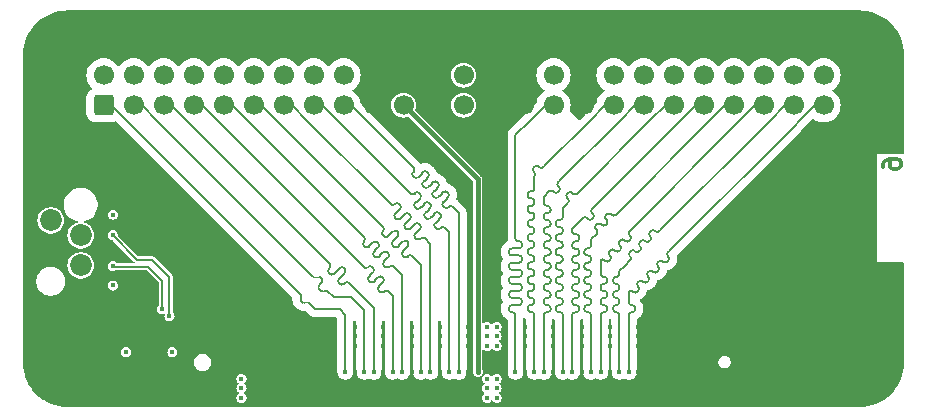
<source format=gbl>
G04 #@! TF.GenerationSoftware,KiCad,Pcbnew,8.0.6*
G04 #@! TF.CreationDate,2024-11-07T02:27:30-08:00*
G04 #@! TF.ProjectId,mse-50-idc,6d73652d-3530-42d6-9964-632e6b696361,1*
G04 #@! TF.SameCoordinates,Original*
G04 #@! TF.FileFunction,Copper,L6,Bot*
G04 #@! TF.FilePolarity,Positive*
%FSLAX46Y46*%
G04 Gerber Fmt 4.6, Leading zero omitted, Abs format (unit mm)*
G04 Created by KiCad (PCBNEW 8.0.6) date 2024-11-07 02:27:30*
%MOMM*%
%LPD*%
G01*
G04 APERTURE LIST*
G04 Aperture macros list*
%AMRoundRect*
0 Rectangle with rounded corners*
0 $1 Rounding radius*
0 $2 $3 $4 $5 $6 $7 $8 $9 X,Y pos of 4 corners*
0 Add a 4 corners polygon primitive as box body*
4,1,4,$2,$3,$4,$5,$6,$7,$8,$9,$2,$3,0*
0 Add four circle primitives for the rounded corners*
1,1,$1+$1,$2,$3*
1,1,$1+$1,$4,$5*
1,1,$1+$1,$6,$7*
1,1,$1+$1,$8,$9*
0 Add four rect primitives between the rounded corners*
20,1,$1+$1,$2,$3,$4,$5,0*
20,1,$1+$1,$4,$5,$6,$7,0*
20,1,$1+$1,$6,$7,$8,$9,0*
20,1,$1+$1,$8,$9,$2,$3,0*%
G04 Aperture macros list end*
%ADD10C,0.300000*%
G04 #@! TA.AperFunction,NonConductor*
%ADD11C,0.300000*%
G04 #@! TD*
G04 #@! TA.AperFunction,ComponentPad*
%ADD12RoundRect,0.250000X0.600000X-0.600000X0.600000X0.600000X-0.600000X0.600000X-0.600000X-0.600000X0*%
G04 #@! TD*
G04 #@! TA.AperFunction,ComponentPad*
%ADD13C,1.700000*%
G04 #@! TD*
G04 #@! TA.AperFunction,ComponentPad*
%ADD14C,6.400000*%
G04 #@! TD*
G04 #@! TA.AperFunction,ComponentPad*
%ADD15C,1.850000*%
G04 #@! TD*
G04 #@! TA.AperFunction,ViaPad*
%ADD16C,0.450000*%
G04 #@! TD*
G04 #@! TA.AperFunction,Conductor*
%ADD17C,0.200000*%
G04 #@! TD*
G04 #@! TA.AperFunction,Conductor*
%ADD18C,0.151400*%
G04 #@! TD*
G04 #@! TA.AperFunction,Conductor*
%ADD19C,0.400000*%
G04 #@! TD*
G04 APERTURE END LIST*
D10*
D11*
X-1999172Y20514285D02*
X-1999172Y20800000D01*
X-1999172Y20800000D02*
X-1927743Y20942857D01*
X-1927743Y20942857D02*
X-1856315Y21014285D01*
X-1856315Y21014285D02*
X-1642029Y21157143D01*
X-1642029Y21157143D02*
X-1356315Y21228571D01*
X-1356315Y21228571D02*
X-784886Y21228571D01*
X-784886Y21228571D02*
X-642029Y21157143D01*
X-642029Y21157143D02*
X-570600Y21085714D01*
X-570600Y21085714D02*
X-499172Y20942857D01*
X-499172Y20942857D02*
X-499172Y20657143D01*
X-499172Y20657143D02*
X-570600Y20514285D01*
X-570600Y20514285D02*
X-642029Y20442857D01*
X-642029Y20442857D02*
X-784886Y20371428D01*
X-784886Y20371428D02*
X-1142029Y20371428D01*
X-1142029Y20371428D02*
X-1284886Y20442857D01*
X-1284886Y20442857D02*
X-1356315Y20514285D01*
X-1356315Y20514285D02*
X-1427743Y20657143D01*
X-1427743Y20657143D02*
X-1427743Y20942857D01*
X-1427743Y20942857D02*
X-1356315Y21085714D01*
X-1356315Y21085714D02*
X-1284886Y21157143D01*
X-1284886Y21157143D02*
X-1142029Y21228571D01*
D12*
G04 #@! TO.P,J2,1,Pin_1*
G04 #@! TO.N,/CON.DB0+*
X-67980000Y25760000D03*
D13*
G04 #@! TO.P,J2,2,Pin_2*
G04 #@! TO.N,/CON.DB0-*
X-67980000Y28300000D03*
G04 #@! TO.P,J2,3,Pin_3*
G04 #@! TO.N,/CON.DB1+*
X-65440000Y25760000D03*
G04 #@! TO.P,J2,4,Pin_4*
G04 #@! TO.N,/CON.DB1-*
X-65440000Y28300000D03*
G04 #@! TO.P,J2,5,Pin_5*
G04 #@! TO.N,/CON.DB2+*
X-62900001Y25760000D03*
G04 #@! TO.P,J2,6,Pin_6*
G04 #@! TO.N,/CON.DB2-*
X-62900000Y28300000D03*
G04 #@! TO.P,J2,7,Pin_7*
G04 #@! TO.N,/CON.DB3+*
X-60360000Y25760000D03*
G04 #@! TO.P,J2,8,Pin_8*
G04 #@! TO.N,/CON.DB3-*
X-60360000Y28300000D03*
G04 #@! TO.P,J2,9,Pin_9*
G04 #@! TO.N,/CON.DB4+*
X-57820000Y25760000D03*
G04 #@! TO.P,J2,10,Pin_10*
G04 #@! TO.N,/CON.DB4-*
X-57820000Y28300000D03*
G04 #@! TO.P,J2,11,Pin_11*
G04 #@! TO.N,/CON.DB5+*
X-55280000Y25760000D03*
G04 #@! TO.P,J2,12,Pin_12*
G04 #@! TO.N,/CON.DB5-*
X-55280000Y28300000D03*
G04 #@! TO.P,J2,13,Pin_13*
G04 #@! TO.N,/CON.DB6+*
X-52740000Y25760000D03*
G04 #@! TO.P,J2,14,Pin_14*
G04 #@! TO.N,/CON.DB6-*
X-52740000Y28300000D03*
G04 #@! TO.P,J2,15,Pin_15*
G04 #@! TO.N,/CON.DB7+*
X-50199999Y25760000D03*
G04 #@! TO.P,J2,16,Pin_16*
G04 #@! TO.N,/CON.DB7-*
X-50200000Y28300000D03*
G04 #@! TO.P,J2,17,Pin_17*
G04 #@! TO.N,/CON.DP0+*
X-47660000Y25760000D03*
G04 #@! TO.P,J2,18,Pin_18*
G04 #@! TO.N,/CON.DP0-*
X-47660000Y28300000D03*
G04 #@! TO.P,J2,19,Pin_19*
G04 #@! TO.N,GND*
X-45120000Y25760000D03*
G04 #@! TO.P,J2,20,Pin_20*
X-45120000Y28300000D03*
G04 #@! TO.P,J2,21,Pin_21*
G04 #@! TO.N,/CON.DIFFSENSE*
X-42580000Y25760000D03*
G04 #@! TO.P,J2,22,Pin_22*
G04 #@! TO.N,GND*
X-42580000Y28300000D03*
G04 #@! TO.P,J2,23,Pin_23*
X-40040001Y25760000D03*
G04 #@! TO.P,J2,24,Pin_24*
X-40040000Y28300000D03*
G04 #@! TO.P,J2,25,Pin_25*
G04 #@! TO.N,unconnected-(J2-Pin_25-Pad25)*
X-37500000Y25760000D03*
G04 #@! TO.P,J2,26,Pin_26*
G04 #@! TO.N,/CON.TERMPWR*
X-37500000Y28300000D03*
G04 #@! TO.P,J2,27,Pin_27*
G04 #@! TO.N,GND*
X-34960000Y25760000D03*
G04 #@! TO.P,J2,28,Pin_28*
X-34960000Y28300000D03*
G04 #@! TO.P,J2,29,Pin_29*
X-32420000Y25760000D03*
G04 #@! TO.P,J2,30,Pin_30*
X-32420000Y28300000D03*
G04 #@! TO.P,J2,31,Pin_31*
G04 #@! TO.N,/CON.ATN+*
X-29880001Y25760000D03*
G04 #@! TO.P,J2,32,Pin_32*
G04 #@! TO.N,/CON.ATN-*
X-29880000Y28300000D03*
G04 #@! TO.P,J2,33,Pin_33*
G04 #@! TO.N,GND*
X-27339999Y25760000D03*
G04 #@! TO.P,J2,34,Pin_34*
X-27340000Y28300000D03*
G04 #@! TO.P,J2,35,Pin_35*
G04 #@! TO.N,/CON.BSY+*
X-24800000Y25760000D03*
G04 #@! TO.P,J2,36,Pin_36*
G04 #@! TO.N,/CON.BSY-*
X-24800000Y28300000D03*
G04 #@! TO.P,J2,37,Pin_37*
G04 #@! TO.N,/CON.ACK+*
X-22260000Y25760000D03*
G04 #@! TO.P,J2,38,Pin_38*
G04 #@! TO.N,/CON.ACK-*
X-22260000Y28300000D03*
G04 #@! TO.P,J2,39,Pin_39*
G04 #@! TO.N,/CON.RST+*
X-19720000Y25760000D03*
G04 #@! TO.P,J2,40,Pin_40*
G04 #@! TO.N,/CON.RST-*
X-19720000Y28300000D03*
G04 #@! TO.P,J2,41,Pin_41*
G04 #@! TO.N,/CON.MSG+*
X-17180001Y25760000D03*
G04 #@! TO.P,J2,42,Pin_42*
G04 #@! TO.N,/CON.MSG-*
X-17180000Y28300000D03*
G04 #@! TO.P,J2,43,Pin_43*
G04 #@! TO.N,/CON.SEL+*
X-14640000Y25760000D03*
G04 #@! TO.P,J2,44,Pin_44*
G04 #@! TO.N,/CON.SEL-*
X-14640000Y28300000D03*
G04 #@! TO.P,J2,45,Pin_45*
G04 #@! TO.N,/CON.C{slash}D+*
X-12100000Y25760000D03*
G04 #@! TO.P,J2,46,Pin_46*
G04 #@! TO.N,/CON.C{slash}D-*
X-12100000Y28300000D03*
G04 #@! TO.P,J2,47,Pin_47*
G04 #@! TO.N,/CON.REQ+*
X-9560000Y25760000D03*
G04 #@! TO.P,J2,48,Pin_48*
G04 #@! TO.N,/CON.REQ-*
X-9560000Y28300000D03*
G04 #@! TO.P,J2,49,Pin_49*
G04 #@! TO.N,/CON.I{slash}O+*
X-7020001Y25760000D03*
G04 #@! TO.P,J2,50,Pin_50*
G04 #@! TO.N,/CON.I{slash}O-*
X-7020000Y28300000D03*
G04 #@! TD*
D14*
G04 #@! TO.P,H4,1,1*
G04 #@! TO.N,GND*
X-4000000Y4000000D03*
G04 #@! TD*
D15*
G04 #@! TO.P,J3,1,Pin_1*
G04 #@! TO.N,+3V3*
X-72440000Y16010000D03*
G04 #@! TO.P,J3,2,Pin_2*
G04 #@! TO.N,/PHY.ID_SDA*
X-69900000Y14740000D03*
G04 #@! TO.P,J3,3,Pin_3*
G04 #@! TO.N,GND*
X-72440000Y13470000D03*
G04 #@! TO.P,J3,4,Pin_4*
G04 #@! TO.N,/PHY.ID_SCL*
X-69900000Y12200000D03*
G04 #@! TD*
D14*
G04 #@! TO.P,H3,1,1*
G04 #@! TO.N,GND*
X-71000000Y4000000D03*
G04 #@! TD*
D16*
G04 #@! TO.N,GND*
X-20300000Y5400000D03*
X-22700000Y1800000D03*
X-49100000Y1800000D03*
X-53900000Y1000000D03*
X-29900000Y2600000D03*
X-22700000Y3200000D03*
X-39500000Y6200000D03*
X-25100000Y3200000D03*
X-20300000Y3200000D03*
X-39500000Y1800000D03*
X-44300000Y7000000D03*
X-49100000Y6200000D03*
X-64650000Y4000000D03*
X-46700000Y6200000D03*
X-51500000Y2600000D03*
X-27500000Y2600000D03*
X-39500000Y7000000D03*
X-32300000Y1800000D03*
X-53900000Y5400000D03*
X-20300000Y1800000D03*
X-41900000Y3200000D03*
X-44300000Y3200000D03*
X-53900000Y2600000D03*
X-37100000Y5400000D03*
X-63600000Y4000000D03*
X-25100000Y7000000D03*
X-39500000Y5400000D03*
X-33900000Y1000000D03*
X-41900000Y1000000D03*
X-64100000Y4500000D03*
X-33900000Y2600000D03*
X-49100000Y2600000D03*
X-33900000Y6200000D03*
X-54700000Y3200000D03*
X-51500000Y5400000D03*
X-33900000Y3200000D03*
X-32300000Y3200000D03*
X-44300000Y6200000D03*
X-27500000Y6200000D03*
X-39500000Y1000000D03*
X-37100000Y3200000D03*
X-25100000Y1800000D03*
X-41900000Y7000000D03*
X-53900000Y7000000D03*
X-41900000Y6200000D03*
X-51500000Y3200000D03*
X-27500000Y5400000D03*
X-54700000Y6200000D03*
X-29900000Y1000000D03*
X-20300000Y1000000D03*
X-53900000Y1800000D03*
X-51500000Y6200000D03*
X-20300000Y2600000D03*
X-22700000Y1000000D03*
X-44300000Y5400000D03*
X-33900000Y1800000D03*
X-32300000Y5400000D03*
X-20300000Y6200000D03*
X-49100000Y3200000D03*
X-37100000Y6200000D03*
X-25100000Y2600000D03*
X-46700000Y3200000D03*
X-37100000Y7000000D03*
X-39500000Y2600000D03*
X-25100000Y6200000D03*
X-33900000Y7000000D03*
X-51500000Y7000000D03*
X-54700000Y7000000D03*
X-29900000Y7000000D03*
X-44300000Y1800000D03*
X-22700000Y2600000D03*
X-17900000Y5400000D03*
X-41900000Y2600000D03*
X-17900000Y7000000D03*
X-44300000Y1000000D03*
X-32300000Y7000000D03*
X-29900000Y3200000D03*
X-51500000Y1800000D03*
X-54700000Y5400000D03*
X-22700000Y6200000D03*
X-57100000Y5400000D03*
X-37100000Y1800000D03*
X-46700000Y1000000D03*
X-25100000Y1000000D03*
X-32300000Y2600000D03*
X-44300000Y2600000D03*
X-46700000Y5400000D03*
X-54700000Y1800000D03*
X-22700000Y7000000D03*
X-46700000Y2600000D03*
X-37100000Y1000000D03*
X-39500000Y3200000D03*
X-37100000Y2600000D03*
X-51500000Y1000000D03*
X-17900000Y1000000D03*
X-20300000Y7000000D03*
X-57100000Y6200000D03*
X-32300000Y1000000D03*
X-33900000Y5400000D03*
X-46700000Y1800000D03*
X-29900000Y5400000D03*
X-27500000Y1800000D03*
X-41900000Y1800000D03*
X-53900000Y6200000D03*
X-41900000Y5400000D03*
X-29900000Y6200000D03*
X-49100000Y5400000D03*
X-17900000Y3200000D03*
X-54700000Y2600000D03*
X-49100000Y7000000D03*
X-49100000Y1000000D03*
X-27500000Y3200000D03*
X-46700000Y7000000D03*
X-29900000Y1800000D03*
X-25100000Y5400000D03*
X-64100000Y3500000D03*
X-32300000Y6200000D03*
X-17900000Y6200000D03*
X-27500000Y1000000D03*
X-57100000Y7000000D03*
X-22700000Y5400000D03*
X-17900000Y2600000D03*
X-54700000Y1000000D03*
X-17900000Y1800000D03*
X-27500000Y7000000D03*
X-66050000Y3150000D03*
X-53900000Y3200000D03*
G04 #@! TO.N,/PHY.ID_SCL*
X-67200000Y12150000D03*
X-63000000Y8500000D03*
G04 #@! TO.N,+3V3*
X-56300000Y1800000D03*
X-67200000Y16500000D03*
X-67200000Y10500000D03*
X-66050000Y4850000D03*
X-56300000Y1000000D03*
X-56300000Y2600000D03*
X-62150000Y4850000D03*
G04 #@! TO.N,/PHY.ID_SDA*
X-67200000Y14750000D03*
X-62400000Y7900000D03*
G04 #@! TO.N,/CON.C{slash}D+*
X-25900000Y3200000D03*
G04 #@! TO.N,/CON.ACK+*
X-30700000Y3200000D03*
G04 #@! TO.N,/CON.TERMPWR*
X-34700000Y2600000D03*
X-35500000Y7000000D03*
X-35500000Y1000000D03*
X-34700000Y5400000D03*
X-34700000Y6200000D03*
X-34700000Y1000000D03*
X-35500000Y5400000D03*
X-35500000Y6200000D03*
X-35500000Y2600000D03*
X-34700000Y1800000D03*
X-34700000Y7000000D03*
X-35500000Y1800000D03*
G04 #@! TO.N,/CON.BSY+*
X-31500000Y3200000D03*
G04 #@! TO.N,/CON.DB5+*
X-41100000Y3200000D03*
G04 #@! TO.N,/CON.DP0+*
X-37900000Y3200000D03*
G04 #@! TO.N,/CON.SEL+*
X-26700000Y3200000D03*
G04 #@! TO.N,/CON.ATN+*
X-33100000Y3200000D03*
G04 #@! TO.N,/CON.DB7+*
X-38700000Y3200000D03*
G04 #@! TO.N,/CON.REQ+*
X-24300000Y3200000D03*
G04 #@! TO.N,/CON.MSG+*
X-28300000Y3200000D03*
G04 #@! TO.N,/CON.DB3+*
X-43500000Y3200000D03*
G04 #@! TO.N,/CON.DIFFSENSE*
X-36300000Y3200000D03*
G04 #@! TO.N,/CON.I{slash}O+*
X-23500000Y3200000D03*
G04 #@! TO.N,/CON.DB4+*
X-42700000Y3200000D03*
G04 #@! TO.N,/CON.RST+*
X-29100000Y3200000D03*
G04 #@! TO.N,/CON.DB6+*
X-40300000Y3200000D03*
G04 #@! TO.N,/CON.DB1+*
X-45900000Y3200000D03*
G04 #@! TO.N,/CON.DB2+*
X-45100000Y3200000D03*
G04 #@! TO.N,/CON.DB0+*
X-47500000Y3200000D03*
G04 #@! TD*
D17*
G04 #@! TO.N,/PHY.ID_SCL*
X-64200000Y12100000D02*
X-67150000Y12100000D01*
X-67150000Y12100000D02*
X-67200000Y12150000D01*
X-63000000Y10900000D02*
X-64200000Y12100000D01*
X-63000000Y8500000D02*
X-63000000Y10900000D01*
G04 #@! TO.N,/PHY.ID_SDA*
X-62400000Y11200000D02*
X-63900000Y12700000D01*
X-65150000Y12700000D02*
X-67200000Y14750000D01*
X-62400000Y7900000D02*
X-62400000Y11200000D01*
X-63900000Y12700000D02*
X-65150000Y12700000D01*
D18*
G04 #@! TO.N,/CON.C{slash}D+*
X-25331653Y9670987D02*
X-25331653Y9790987D01*
X-25331653Y8470987D02*
X-25331653Y8590987D01*
X-25660000Y10630987D02*
X-25571653Y10630987D01*
X-23863531Y14347058D02*
X-23801042Y14284569D01*
X-25051472Y13498529D02*
X-25051471Y13498529D01*
X-24225365Y13860363D02*
X-24287797Y13922795D01*
X-25660000Y8230987D02*
X-25571653Y8230987D01*
X-23439268Y15110736D02*
X-23354414Y15195587D01*
X-25158727Y12587550D02*
X-25073875Y12672403D01*
X-12790000Y25760000D02*
X-12100000Y25760000D01*
X-25660000Y9430987D02*
X-25571653Y9430987D01*
X-25073875Y13011815D02*
X-25136326Y13074266D01*
X-25560589Y12650000D02*
X-25498139Y12587550D01*
X-24202943Y14347058D02*
X-24202942Y14347058D01*
X-25900000Y11470987D02*
X-25900000Y11590987D01*
X-24287797Y14262207D02*
X-24202943Y14347058D01*
X-25331653Y10870987D02*
X-25331653Y10990987D01*
X-23376778Y14708834D02*
X-23439268Y14771324D01*
X-23354414Y15195587D02*
X-14409504Y24140496D01*
X-25900000Y10270987D02*
X-25900000Y10390987D01*
X-14409504Y24140496D02*
X-14157121Y24392879D01*
X-25571653Y10030987D02*
X-25660000Y10030987D01*
X-24712060Y13498529D02*
X-24649629Y13436098D01*
X-25136326Y13413678D02*
X-25051472Y13498529D01*
X-25571653Y8830987D02*
X-25660000Y8830987D01*
X-24310217Y13436098D02*
X-24225365Y13520951D01*
X-25900000Y12240987D02*
X-25900000Y12650000D01*
X-14157121Y24392879D02*
X-12790000Y25760000D01*
X-25900000Y9070987D02*
X-25900000Y9190987D01*
X-23461630Y14284569D02*
X-23376778Y14369422D01*
X-25900000Y3200000D02*
X-25900000Y7990987D01*
X-25571653Y11230987D02*
X-25660000Y11230987D01*
X-25900000Y11590987D02*
X-25900000Y12240987D01*
X-24202942Y14347058D02*
G75*
G02*
X-23863531Y14347059I169706J-169707D01*
G01*
X-23801042Y14284569D02*
G75*
G03*
X-23461630Y14284569I169706J169704D01*
G01*
X-25900000Y7990987D02*
G75*
G02*
X-25660000Y8231000I240000J13D01*
G01*
X-25331653Y8590987D02*
G75*
G03*
X-25571653Y8831047I-240047J13D01*
G01*
X-25900000Y9190987D02*
G75*
G02*
X-25660000Y9431000I240000J13D01*
G01*
X-25498139Y12587550D02*
G75*
G03*
X-25158727Y12587550I169706J169704D01*
G01*
X-23439268Y14771324D02*
G75*
G02*
X-23439238Y15110706I169668J169676D01*
G01*
X-25900000Y12650000D02*
G75*
G02*
X-25560589Y12650001I169706J-169707D01*
G01*
X-25660000Y8830987D02*
G75*
G02*
X-25900013Y9070987I0J240013D01*
G01*
X-25571653Y9430987D02*
G75*
G03*
X-25331687Y9670987I-47J240013D01*
G01*
X-25571653Y8230987D02*
G75*
G03*
X-25331687Y8470987I-47J240013D01*
G01*
X-24287797Y13922795D02*
G75*
G02*
X-24287796Y14262206I169697J169705D01*
G01*
X-24649629Y13436098D02*
G75*
G03*
X-24310217Y13436098I169706J169704D01*
G01*
X-25331653Y9790987D02*
G75*
G03*
X-25571653Y10031047I-240047J13D01*
G01*
X-25331653Y10990987D02*
G75*
G03*
X-25571653Y11231047I-240047J13D01*
G01*
X-25051471Y13498529D02*
G75*
G02*
X-24712060Y13498530I169706J-169707D01*
G01*
X-24225365Y13520951D02*
G75*
G03*
X-24225322Y13860406I-169735J169749D01*
G01*
X-25571653Y10630987D02*
G75*
G03*
X-25331687Y10870987I-47J240013D01*
G01*
X-23376778Y14369422D02*
G75*
G03*
X-23376806Y14708806I-169722J169678D01*
G01*
X-25900000Y10390987D02*
G75*
G02*
X-25660000Y10631000I240000J13D01*
G01*
X-25660000Y11230987D02*
G75*
G02*
X-25900013Y11470987I0J240013D01*
G01*
X-25136326Y13074266D02*
G75*
G02*
X-25136354Y13413706I169726J169734D01*
G01*
X-25660000Y10030987D02*
G75*
G02*
X-25900013Y10270987I0J240013D01*
G01*
X-25073875Y12672403D02*
G75*
G03*
X-25073884Y13011806I-169725J169697D01*
G01*
G04 #@! TO.N,/CON.ACK+*
X-30128652Y15680000D02*
X-30128652Y15800000D01*
X-30700000Y17480000D02*
X-30700000Y17600000D01*
X-30128649Y9680000D02*
X-30128649Y9800000D01*
X-30700000Y18000000D02*
X-30240381Y18459619D01*
X-30700000Y11480000D02*
X-30700000Y11600000D01*
X-29900970Y18459619D02*
X-29836400Y18395049D01*
X-30700000Y16280000D02*
X-30700000Y16400000D01*
X-30460000Y15440000D02*
X-30368652Y15440000D01*
X-30460000Y8240000D02*
X-30368649Y8240000D01*
X-30460000Y14240000D02*
X-30368651Y14240000D01*
X-22940000Y25760000D02*
X-22260000Y25760000D01*
X-30460000Y10640000D02*
X-30368649Y10640000D01*
X-30700000Y13880000D02*
X-30700000Y14000000D01*
X-30700000Y10280000D02*
X-30700000Y10400000D01*
X-30128651Y14480000D02*
X-30128651Y14600000D01*
X-30460000Y9440000D02*
X-30368649Y9440000D01*
X-24284982Y24415018D02*
X-22940000Y25760000D01*
X-30368649Y10040000D02*
X-30460000Y10040000D01*
X-30460000Y11840000D02*
X-30368649Y11840000D01*
X-30368649Y8840000D02*
X-30460000Y8840000D01*
X-30460000Y13040000D02*
X-30368649Y13040000D01*
X-29496988Y18395049D02*
X-29412136Y18479902D01*
X-30700000Y12680000D02*
X-30700000Y12800000D01*
X-30368649Y13640000D02*
X-30460000Y13640000D01*
X-30128649Y10880000D02*
X-30128649Y11000000D01*
X-30128649Y8480000D02*
X-30128649Y8600000D01*
X-30368649Y11240000D02*
X-30460000Y11240000D01*
X-30128649Y13280000D02*
X-30128649Y13400000D01*
X-30368651Y14840000D02*
X-30460000Y14840000D01*
X-29391853Y19308148D02*
X-24284982Y24415018D01*
X-30460000Y16640000D02*
X-30368651Y16640000D01*
X-30128649Y12080000D02*
X-30128649Y12200000D01*
X-30368652Y16040000D02*
X-30460000Y16040000D01*
X-30368649Y12440000D02*
X-30460000Y12440000D01*
X-30700000Y15080000D02*
X-30700000Y15200000D01*
X-30368651Y17240000D02*
X-30460000Y17240000D01*
X-29476707Y19223297D02*
X-29391853Y19308148D01*
X-30700000Y17600000D02*
X-30700000Y18000000D01*
X-29412136Y18819314D02*
X-29476707Y18883885D01*
X-30700000Y3200000D02*
X-30700000Y8000000D01*
X-30700000Y9080000D02*
X-30700000Y9200000D01*
X-30128651Y16880000D02*
X-30128651Y17000000D01*
X-30700000Y10400000D02*
G75*
G02*
X-30460000Y10640000I240000J0D01*
G01*
X-30368651Y16640000D02*
G75*
G03*
X-30128600Y16880000I51J240000D01*
G01*
X-29836400Y18395049D02*
G75*
G03*
X-29496988Y18395049I169706J169704D01*
G01*
X-30368651Y14240000D02*
G75*
G03*
X-30128600Y14480000I51J240000D01*
G01*
X-29476707Y18883885D02*
G75*
G02*
X-29476716Y19223306I169707J169715D01*
G01*
X-30700000Y8000000D02*
G75*
G02*
X-30460000Y8240000I240000J0D01*
G01*
X-30240381Y18459619D02*
G75*
G02*
X-29900970Y18459620I169706J-169707D01*
G01*
X-30460000Y16040000D02*
G75*
G02*
X-30700000Y16280000I0J240000D01*
G01*
X-30460000Y14840000D02*
G75*
G02*
X-30700000Y15080000I0J240000D01*
G01*
X-30460000Y12440000D02*
G75*
G02*
X-30700000Y12680000I0J240000D01*
G01*
X-30128649Y8600000D02*
G75*
G03*
X-30368649Y8839951I-239951J0D01*
G01*
X-30700000Y11600000D02*
G75*
G02*
X-30460000Y11840000I240000J0D01*
G01*
X-30368649Y11840000D02*
G75*
G03*
X-30128600Y12080000I49J240000D01*
G01*
X-30128649Y12200000D02*
G75*
G03*
X-30368649Y12439951I-239951J0D01*
G01*
X-30368649Y10640000D02*
G75*
G03*
X-30128600Y10880000I49J240000D01*
G01*
X-30368652Y15440000D02*
G75*
G03*
X-30128700Y15680000I-48J240000D01*
G01*
X-30128651Y17000000D02*
G75*
G03*
X-30368651Y17239949I-239949J0D01*
G01*
X-30700000Y16400000D02*
G75*
G02*
X-30460000Y16640000I240000J0D01*
G01*
X-30128649Y13400000D02*
G75*
G03*
X-30368649Y13639951I-239951J0D01*
G01*
X-30128652Y15800000D02*
G75*
G03*
X-30368652Y16040048I-240048J0D01*
G01*
X-30700000Y9200000D02*
G75*
G02*
X-30460000Y9440000I240000J0D01*
G01*
X-30460000Y10040000D02*
G75*
G02*
X-30700000Y10280000I0J240000D01*
G01*
X-30128651Y14600000D02*
G75*
G03*
X-30368651Y14839949I-239949J0D01*
G01*
X-30128649Y9800000D02*
G75*
G03*
X-30368649Y10039951I-239951J0D01*
G01*
X-30368649Y13040000D02*
G75*
G03*
X-30128600Y13280000I49J240000D01*
G01*
X-30700000Y15200000D02*
G75*
G02*
X-30460000Y15440000I240000J0D01*
G01*
X-29412136Y18479902D02*
G75*
G03*
X-29412144Y18819306I-169664J169698D01*
G01*
X-30460000Y17240000D02*
G75*
G02*
X-30700000Y17480000I0J240000D01*
G01*
X-30128649Y11000000D02*
G75*
G03*
X-30368649Y11239951I-239951J0D01*
G01*
X-30700000Y12800000D02*
G75*
G02*
X-30460000Y13040000I240000J0D01*
G01*
X-30460000Y13640000D02*
G75*
G02*
X-30700000Y13880000I0J240000D01*
G01*
X-30368649Y8240000D02*
G75*
G03*
X-30128600Y8480000I49J240000D01*
G01*
X-30368649Y9440000D02*
G75*
G03*
X-30128600Y9680000I49J240000D01*
G01*
X-30460000Y11240000D02*
G75*
G02*
X-30700000Y11480000I0J240000D01*
G01*
X-30700000Y14000000D02*
G75*
G02*
X-30460000Y14240000I240000J0D01*
G01*
X-30460000Y8840000D02*
G75*
G02*
X-30700000Y9080000I0J240000D01*
G01*
G04 #@! TO.N,/CON.BSY+*
X-31830509Y11265436D02*
X-31740000Y11265436D01*
X-31500000Y3200000D02*
X-31500000Y8025436D01*
X-31830509Y17265436D02*
X-31740000Y17265436D01*
X-32070509Y14505436D02*
X-32070509Y14625436D01*
X-31500000Y16305436D02*
X-31500000Y16425436D01*
X-31499999Y20089412D02*
X-31564029Y20153442D01*
X-30736322Y20513675D02*
X-30651470Y20598529D01*
X-31500000Y17505436D02*
X-31500000Y17625436D01*
X-26815144Y24434856D02*
X-25490000Y25760000D01*
X-31830509Y16065436D02*
X-31740000Y16065436D01*
X-31500000Y12705436D02*
X-31500000Y12825436D01*
X-31830509Y14865436D02*
X-31740000Y14865436D01*
X-25490000Y25760000D02*
X-24800000Y25760000D01*
X-31830509Y12465436D02*
X-31740000Y12465436D01*
X-31740000Y16665436D02*
X-31830509Y16665436D01*
X-31740000Y8265436D02*
X-31830509Y8265436D01*
X-31740000Y9465436D02*
X-31830509Y9465436D01*
X-32070509Y13305436D02*
X-32070509Y13425436D01*
X-31500000Y18825436D02*
X-31500000Y19475436D01*
X-31500000Y19475436D02*
X-31500000Y19750000D01*
X-31830509Y8865436D02*
X-31740000Y8865436D01*
X-31500000Y15105436D02*
X-31500000Y15225436D01*
X-32070509Y9705436D02*
X-32070509Y9825436D01*
X-31740000Y15465436D02*
X-31830509Y15465436D01*
X-31139765Y20577705D02*
X-31075734Y20513674D01*
X-31740000Y14265436D02*
X-31830509Y14265436D01*
X-31564030Y20492852D02*
X-31479175Y20577706D01*
X-31830509Y10065436D02*
X-31740000Y10065436D01*
X-32070509Y10905436D02*
X-32070509Y11025436D01*
X-31500000Y9105436D02*
X-31500000Y9225436D01*
X-32070509Y8505436D02*
X-32070509Y8625436D01*
X-31500000Y13905436D02*
X-31500000Y14025436D01*
X-31740000Y13065436D02*
X-31830509Y13065436D01*
X-31740000Y17865436D02*
X-31830509Y17865436D01*
X-32070509Y12105436D02*
X-32070509Y12225436D01*
X-31500000Y10305436D02*
X-31500000Y10425436D01*
X-31830509Y18465436D02*
X-31740000Y18465436D01*
X-32070509Y16905436D02*
X-32070509Y17025436D01*
X-31500000Y11505436D02*
X-31500000Y11625436D01*
X-32070509Y15705436D02*
X-32070509Y15825436D01*
X-31740000Y10665436D02*
X-31830509Y10665436D01*
X-32070509Y18105436D02*
X-32070509Y18225436D01*
X-31500000Y18705436D02*
X-31500000Y18825436D01*
X-31740000Y11865436D02*
X-31830509Y11865436D01*
X-30651470Y20598529D02*
X-26815144Y24434856D01*
X-31830509Y13665436D02*
X-31740000Y13665436D01*
X-32070509Y12225436D02*
G75*
G02*
X-31830509Y12465409I240009J-36D01*
G01*
X-31830509Y8265436D02*
G75*
G02*
X-32070464Y8505436I9J239964D01*
G01*
X-31740000Y10065436D02*
G75*
G03*
X-31500036Y10305436I0J239964D01*
G01*
X-31830509Y11865436D02*
G75*
G02*
X-32070464Y12105436I9J239964D01*
G01*
X-31740000Y18465436D02*
G75*
G03*
X-31500036Y18705436I0J239964D01*
G01*
X-31830509Y13065436D02*
G75*
G02*
X-32070464Y13305436I9J239964D01*
G01*
X-32070509Y9825436D02*
G75*
G02*
X-31830509Y10065409I240009J-36D01*
G01*
X-31740000Y14865436D02*
G75*
G03*
X-31500036Y15105436I0J239964D01*
G01*
X-32070509Y14625436D02*
G75*
G02*
X-31830509Y14865409I240009J-36D01*
G01*
X-31740000Y11265436D02*
G75*
G03*
X-31500036Y11505436I0J239964D01*
G01*
X-31075734Y20513674D02*
G75*
G03*
X-30736294Y20513646I169734J169726D01*
G01*
X-31500000Y17625436D02*
G75*
G03*
X-31740000Y17865400I-240000J-36D01*
G01*
X-32070509Y17025436D02*
G75*
G02*
X-31830509Y17265409I240009J-36D01*
G01*
X-31500000Y11625436D02*
G75*
G03*
X-31740000Y11865400I-240000J-36D01*
G01*
X-31830509Y17865436D02*
G75*
G02*
X-32070464Y18105436I9J239964D01*
G01*
X-31830509Y16665436D02*
G75*
G02*
X-32070464Y16905436I9J239964D01*
G01*
X-31830509Y9465436D02*
G75*
G02*
X-32070464Y9705436I9J239964D01*
G01*
X-32070509Y11025436D02*
G75*
G02*
X-31830509Y11265409I240009J-36D01*
G01*
X-31500000Y8025436D02*
G75*
G03*
X-31740000Y8265400I-240000J-36D01*
G01*
X-32070509Y13425436D02*
G75*
G02*
X-31830509Y13665409I240009J-36D01*
G01*
X-31740000Y17265436D02*
G75*
G03*
X-31500036Y17505436I0J239964D01*
G01*
X-31500000Y16425436D02*
G75*
G03*
X-31740000Y16665400I-240000J-36D01*
G01*
X-31500000Y15225436D02*
G75*
G03*
X-31740000Y15465400I-240000J-36D01*
G01*
X-31500000Y12825436D02*
G75*
G03*
X-31740000Y13065400I-240000J-36D01*
G01*
X-31479175Y20577706D02*
G75*
G02*
X-31139795Y20577676I169675J-169706D01*
G01*
X-31500000Y9225436D02*
G75*
G03*
X-31740000Y9465400I-240000J-36D01*
G01*
X-31830509Y14265436D02*
G75*
G02*
X-32070464Y14505436I9J239964D01*
G01*
X-32070509Y15825436D02*
G75*
G02*
X-31830509Y16065409I240009J-36D01*
G01*
X-31500000Y10425436D02*
G75*
G03*
X-31740000Y10665400I-240000J-36D01*
G01*
X-31500000Y14025436D02*
G75*
G03*
X-31740000Y14265400I-240000J-36D01*
G01*
X-31830509Y15465436D02*
G75*
G02*
X-32070464Y15705436I9J239964D01*
G01*
X-31740000Y12465436D02*
G75*
G03*
X-31500036Y12705436I0J239964D01*
G01*
X-31740000Y16065436D02*
G75*
G03*
X-31500036Y16305436I0J239964D01*
G01*
X-31740000Y13665436D02*
G75*
G03*
X-31500036Y13905436I0J239964D01*
G01*
X-31830509Y10665436D02*
G75*
G02*
X-32070464Y10905436I9J239964D01*
G01*
X-31740000Y8865436D02*
G75*
G03*
X-31500036Y9105436I0J239964D01*
G01*
X-32070509Y18225436D02*
G75*
G02*
X-31830509Y18465409I240009J-36D01*
G01*
X-32070509Y8625436D02*
G75*
G02*
X-31830509Y8865409I240009J-36D01*
G01*
X-31500000Y19750000D02*
G75*
G03*
X-31500005Y20089405I-169700J169700D01*
G01*
X-31564029Y20153442D02*
G75*
G02*
X-31563983Y20492805I169729J169658D01*
G01*
G04 #@! TO.N,/CON.DB5+*
X-42865365Y14015365D02*
X-42865364Y14015364D01*
X-43498778Y15079017D02*
X-43713898Y14863898D01*
X-42865364Y14015364D02*
X-43080505Y13800226D01*
X-44307868Y15457868D02*
X-44392720Y15542720D01*
X-44353309Y15073015D02*
X-44307869Y15118458D01*
X-44392720Y15542720D02*
X-53283097Y24433097D01*
X-43074512Y14994162D02*
X-43159367Y15079017D01*
X-43419915Y13800225D02*
X-43504771Y13885081D01*
X-42186538Y12997126D02*
X-42231934Y12951733D01*
X-42571346Y12951733D02*
X-42656201Y13036588D01*
X-43713897Y14863897D02*
X-43883604Y14694193D01*
X-42656201Y13376000D02*
X-42610806Y13421394D01*
X-53283097Y24433097D02*
X-54610000Y25760000D01*
X-43289631Y14439631D02*
X-43074512Y14654751D01*
X-44268456Y14648750D02*
X-44353309Y14733603D01*
X-42225953Y14145655D02*
X-42310808Y14230510D01*
X-41100000Y3200000D02*
X-41100000Y12250000D01*
X-42610806Y13421394D02*
X-42441100Y13591100D01*
X-41100000Y12250000D02*
X-41847126Y12997126D01*
X-42650219Y14230510D02*
X-42865365Y14015365D01*
X-43883604Y14694193D02*
X-43929046Y14648751D01*
X-43504772Y14224493D02*
X-43289632Y14439632D01*
X-54610000Y25760000D02*
X-55280000Y25760000D01*
X-42441098Y13591098D02*
X-42225953Y13806244D01*
X-43713898Y14863898D02*
X-43713897Y14863897D01*
X-43289632Y14439632D02*
X-43289631Y14439631D01*
X-42441100Y13591100D02*
X-42441098Y13591098D01*
X-42310808Y14230510D02*
G75*
G03*
X-42650218Y14230510I-169705J-169703D01*
G01*
X-42656201Y13036588D02*
G75*
G02*
X-42656207Y13376006I169701J169712D01*
G01*
X-44307869Y15118458D02*
G75*
G03*
X-44307831Y15457904I-169731J169742D01*
G01*
X-42225953Y13806244D02*
G75*
G03*
X-42226002Y14145606I-169747J169656D01*
G01*
X-43504771Y13885081D02*
G75*
G02*
X-43504785Y14224506I169671J169719D01*
G01*
X-43074512Y14654751D02*
G75*
G03*
X-43074468Y14994205I-169688J169749D01*
G01*
X-44353309Y14733603D02*
G75*
G02*
X-44353300Y15073006I169709J169697D01*
G01*
X-43080505Y13800226D02*
G75*
G02*
X-43419904Y13800235I-169695J169674D01*
G01*
X-43929046Y14648751D02*
G75*
G02*
X-44268504Y14648701I-169754J169749D01*
G01*
X-41847126Y12997126D02*
G75*
G03*
X-42186538Y12997126I-169706J-169701D01*
G01*
X-43159367Y15079017D02*
G75*
G03*
X-43498779Y15079018I-169706J-169703D01*
G01*
X-42231934Y12951733D02*
G75*
G02*
X-42571346Y12951733I-169706J169701D01*
G01*
G04 #@! TO.N,/CON.DP0+*
X-39184529Y17595117D02*
X-39014823Y17764823D01*
X-41694857Y19666864D02*
X-41779710Y19751717D01*
X-39439087Y18189087D02*
X-39658344Y17969833D01*
X-40916897Y20105411D02*
X-41136154Y19886155D01*
X-41779710Y20091129D02*
X-41730124Y20140714D01*
X-39219865Y18408311D02*
X-39439088Y18189089D01*
X-45683214Y24433214D02*
X-47010000Y25760000D01*
X-39234062Y17545585D02*
X-39184529Y17595117D01*
X-39863355Y18613355D02*
X-39863354Y18613354D01*
X-39644131Y19171989D02*
X-39728986Y19256844D01*
X-40068397Y19256844D02*
X-40287621Y19037621D01*
X-39997754Y17969832D02*
X-40082610Y18054688D01*
X-40287620Y19037620D02*
X-40506842Y18818401D01*
X-41730125Y20480126D02*
X-41814976Y20564976D01*
X-38795599Y18323456D02*
X-38880454Y18408311D01*
X-37900000Y3200000D02*
X-37900000Y16650000D01*
X-41136153Y19886153D02*
X-41305860Y19716449D01*
X-39149207Y17121318D02*
X-39234062Y17206173D01*
X-39014823Y17764823D02*
X-39014821Y17764821D01*
X-40492631Y20020556D02*
X-40577486Y20105411D01*
X-41136154Y19886155D02*
X-41136153Y19886153D01*
X-41305860Y19716449D02*
X-41355445Y19666864D01*
X-37900000Y16650000D02*
X-38420849Y17170849D01*
X-40711887Y19461887D02*
X-40492631Y19681144D01*
X-39863354Y18613354D02*
X-39644131Y18832578D01*
X-39014821Y17764821D02*
X-38795599Y17984044D01*
X-47010000Y25760000D02*
X-47660000Y25760000D01*
X-38760261Y17170849D02*
X-38809795Y17121318D01*
X-40931109Y19242668D02*
X-40711888Y19461888D01*
X-40846252Y18818400D02*
X-40931108Y18903256D01*
X-40082611Y18394100D02*
X-39863355Y18613355D01*
X-39439088Y18189089D02*
X-39439087Y18189087D01*
X-41814976Y20564976D02*
X-45683214Y24433214D01*
X-40287621Y19037621D02*
X-40287620Y19037620D01*
X-40711888Y19461888D02*
X-40711887Y19461887D01*
X-41355445Y19666864D02*
G75*
G02*
X-41694857Y19666864I-169706J169701D01*
G01*
X-40577486Y20105411D02*
G75*
G03*
X-40916896Y20105411I-169705J-169703D01*
G01*
X-40506842Y18818401D02*
G75*
G02*
X-40846204Y18818447I-169658J169699D01*
G01*
X-39658344Y17969833D02*
G75*
G02*
X-39997704Y17969881I-169656J169667D01*
G01*
X-40082610Y18054688D02*
G75*
G02*
X-40082617Y18394105I169710J169712D01*
G01*
X-39234062Y17206173D02*
G75*
G02*
X-39234083Y17545606I169662J169727D01*
G01*
X-41730124Y20140714D02*
G75*
G03*
X-41730144Y20480106I-169676J169686D01*
G01*
X-38809795Y17121318D02*
G75*
G02*
X-39149207Y17121318I-169706J169701D01*
G01*
X-40931108Y18903256D02*
G75*
G02*
X-40931147Y19242705I169708J169744D01*
G01*
X-38420849Y17170849D02*
G75*
G03*
X-38760261Y17170849I-169706J-169701D01*
G01*
X-38880454Y18408311D02*
G75*
G03*
X-39219864Y18408311I-169705J-169703D01*
G01*
X-38795599Y17984044D02*
G75*
G03*
X-38795649Y18323406I-169701J169656D01*
G01*
X-39644131Y18832578D02*
G75*
G03*
X-39644114Y19172006I-169669J169722D01*
G01*
X-39728986Y19256844D02*
G75*
G03*
X-40068398Y19256845I-169706J-169703D01*
G01*
X-41779710Y19751717D02*
G75*
G02*
X-41779687Y20091106I169710J169683D01*
G01*
X-40492631Y19681144D02*
G75*
G03*
X-40492681Y20020506I-169669J169656D01*
G01*
G04 #@! TO.N,/CON.SEL+*
X-25391851Y15708148D02*
X-25391851Y15708149D01*
X-27027497Y13640000D02*
X-26940000Y13640000D01*
X-27027483Y11240000D02*
X-26940000Y11240000D01*
X-27027470Y10040000D02*
X-26940000Y10040000D01*
X-25391850Y16047561D02*
X-25453680Y16109391D01*
X-25476703Y15623294D02*
X-25391851Y15708148D01*
X-24543321Y16556678D02*
X-16705701Y24394299D01*
X-26302250Y15600310D02*
X-26217395Y15685164D01*
X-26700000Y10280000D02*
X-26700000Y10400000D01*
X-27267483Y12080000D02*
X-27267483Y12200000D01*
X-26700000Y14400000D02*
X-26240381Y14859619D01*
X-24628172Y16471825D02*
X-24543321Y16556678D01*
X-26940000Y8240000D02*
X-27027470Y8240000D01*
X-26700000Y14000000D02*
X-26700000Y14400000D01*
X-26700000Y12680000D02*
X-26700000Y12800000D01*
X-25877985Y15685163D02*
X-25816115Y15623293D01*
X-26700000Y11480000D02*
X-26700000Y11600000D01*
X-26700000Y9080000D02*
X-26700000Y9200000D01*
X-16705701Y24394299D02*
X-15340000Y25760000D01*
X-26940000Y9440000D02*
X-27027470Y9440000D01*
X-26700000Y13880000D02*
X-26700000Y14000000D01*
X-27027483Y12440000D02*
X-26940000Y12440000D01*
X-27267497Y13280000D02*
X-27267497Y13400000D01*
X-26940000Y13040000D02*
X-27027497Y13040000D01*
X-25453680Y16448803D02*
X-25368827Y16533655D01*
X-15340000Y25760000D02*
X-14640000Y25760000D01*
X-26940000Y11840000D02*
X-27027483Y11840000D01*
X-26700000Y3200000D02*
X-26700000Y8000000D01*
X-27267470Y9680000D02*
X-27267470Y9800000D01*
X-26940000Y10640000D02*
X-27027483Y10640000D01*
X-27267483Y10880000D02*
X-27267483Y11000000D01*
X-27267470Y8480000D02*
X-27267470Y8600000D01*
X-27027470Y8840000D02*
X-26940000Y8840000D01*
X-26240380Y15199031D02*
X-26302249Y15260900D01*
X-25029415Y16533656D02*
X-24967584Y16471825D01*
X-25391851Y15708149D02*
G75*
G03*
X-25391805Y16047605I-169749J169751D01*
G01*
X-27267470Y9800000D02*
G75*
G02*
X-27027470Y10039970I239970J0D01*
G01*
X-27027497Y13040000D02*
G75*
G02*
X-27267500Y13280000I-3J240000D01*
G01*
X-27267483Y12200000D02*
G75*
G02*
X-27027483Y12439983I239983J0D01*
G01*
X-25453680Y16109391D02*
G75*
G02*
X-25453683Y16448806I169680J169709D01*
G01*
X-26700000Y9200000D02*
G75*
G03*
X-26940000Y9440000I-240000J0D01*
G01*
X-26700000Y10400000D02*
G75*
G03*
X-26940000Y10640000I-240000J0D01*
G01*
X-27027483Y10640000D02*
G75*
G02*
X-27267500Y10880000I-17J240000D01*
G01*
X-27267497Y13400000D02*
G75*
G02*
X-27027497Y13639997I239997J0D01*
G01*
X-26700000Y11600000D02*
G75*
G03*
X-26940000Y11840000I-240000J0D01*
G01*
X-26217395Y15685164D02*
G75*
G02*
X-25877995Y15685154I169695J-169664D01*
G01*
X-26940000Y11240000D02*
G75*
G03*
X-26700000Y11480000I0J240000D01*
G01*
X-26940000Y8840000D02*
G75*
G03*
X-26700000Y9080000I0J240000D01*
G01*
X-26940000Y10040000D02*
G75*
G03*
X-26700000Y10280000I0J240000D01*
G01*
X-27027470Y8240000D02*
G75*
G02*
X-27267500Y8480000I-30J240000D01*
G01*
X-27267470Y8600000D02*
G75*
G02*
X-27027470Y8839970I239970J0D01*
G01*
X-26700000Y8000000D02*
G75*
G03*
X-26940000Y8240000I-240000J0D01*
G01*
X-26940000Y12440000D02*
G75*
G03*
X-26700000Y12680000I0J240000D01*
G01*
X-26240381Y14859619D02*
G75*
G03*
X-26240405Y15199006I-169719J169681D01*
G01*
X-24967584Y16471825D02*
G75*
G03*
X-24628172Y16471825I169706J169701D01*
G01*
X-26940000Y13640000D02*
G75*
G03*
X-26700000Y13880000I0J240000D01*
G01*
X-27027470Y9440000D02*
G75*
G02*
X-27267500Y9680000I-30J240000D01*
G01*
X-25368827Y16533655D02*
G75*
G02*
X-25029394Y16533677I169727J-169655D01*
G01*
X-25816115Y15623293D02*
G75*
G03*
X-25476694Y15623284I169715J169707D01*
G01*
X-27027483Y11840000D02*
G75*
G02*
X-27267500Y12080000I-17J240000D01*
G01*
X-26700000Y12800000D02*
G75*
G03*
X-26940000Y13040000I-240000J0D01*
G01*
X-27267483Y11000000D02*
G75*
G02*
X-27027483Y11239983I239983J0D01*
G01*
X-26302249Y15260900D02*
G75*
G02*
X-26302244Y15600305I169749J169700D01*
G01*
G04 #@! TO.N,/CON.ATN+*
X-33100000Y9438810D02*
X-33411015Y9438810D01*
X-32548957Y13878810D02*
X-32548957Y13998810D01*
X-33340000Y8838810D02*
X-33100000Y8838810D01*
X-33651015Y10878810D02*
X-33651015Y10998810D01*
X-33411015Y13638810D02*
X-33100000Y13638810D01*
X-33411029Y12438810D02*
X-33100000Y12438810D01*
X-32788957Y14238810D02*
X-32860000Y14238810D01*
X-33411015Y8838810D02*
X-33340000Y8838810D01*
X-32860000Y13638810D02*
X-32788957Y13638810D01*
X-33100000Y13638810D02*
X-32860000Y13638810D01*
X-32788985Y10638810D02*
X-33100000Y10638810D01*
X-33100000Y11238810D02*
X-32788985Y11238810D01*
X-32548985Y11478810D02*
X-32548985Y11598810D01*
X-31890425Y24409575D02*
X-30540000Y25760000D01*
X-33100000Y14478810D02*
X-33100000Y14598810D01*
X-33651029Y12078810D02*
X-33651029Y12198810D01*
X-33100000Y23200000D02*
X-31890425Y24409575D01*
X-33100000Y10038810D02*
X-32788985Y10038810D01*
X-33340000Y8238810D02*
X-33411015Y8238810D01*
X-33100000Y14598810D02*
X-33100000Y23200000D01*
X-32788957Y13038810D02*
X-33100000Y13038810D01*
X-33411015Y11238810D02*
X-33100000Y11238810D01*
X-32548985Y10278810D02*
X-32548985Y10398810D01*
X-33411015Y10038810D02*
X-33100000Y10038810D01*
X-32788985Y11838810D02*
X-33100000Y11838810D01*
X-33100000Y8838810D02*
X-32788985Y8838810D01*
X-32548957Y12678810D02*
X-32548957Y12798810D01*
X-33100000Y13038810D02*
X-33411015Y13038810D01*
X-33651015Y9678810D02*
X-33651015Y9798810D01*
X-32788985Y9438810D02*
X-33100000Y9438810D01*
X-30540000Y25760000D02*
X-29880001Y25760000D01*
X-33651015Y8478810D02*
X-33651015Y8598810D01*
X-32548985Y9078810D02*
X-32548985Y9198810D01*
X-33100000Y12438810D02*
X-32788957Y12438810D01*
X-33651015Y13278810D02*
X-33651015Y13398810D01*
X-33100000Y11838810D02*
X-33411029Y11838810D01*
X-33100000Y3200000D02*
X-33100000Y7998810D01*
X-33100000Y10638810D02*
X-33411015Y10638810D01*
X-32788985Y11238810D02*
G75*
G03*
X-32549010Y11478810I-15J239990D01*
G01*
X-32548985Y9198810D02*
G75*
G03*
X-32788985Y9438815I-240015J-10D01*
G01*
X-32788985Y8838810D02*
G75*
G03*
X-32549010Y9078810I-15J239990D01*
G01*
X-33100000Y7998810D02*
G75*
G03*
X-33340000Y8238800I-240000J-10D01*
G01*
X-32860000Y14238810D02*
G75*
G02*
X-33099990Y14478810I0J239990D01*
G01*
X-33651015Y10998810D02*
G75*
G02*
X-33411015Y11238815I240015J-10D01*
G01*
X-32548985Y10398810D02*
G75*
G03*
X-32788985Y10638815I-240015J-10D01*
G01*
X-32548957Y13998810D02*
G75*
G03*
X-32788957Y14238843I-240043J-10D01*
G01*
X-32788957Y12438810D02*
G75*
G03*
X-32549010Y12678810I-43J239990D01*
G01*
X-32548957Y12798810D02*
G75*
G03*
X-32788957Y13038843I-240043J-10D01*
G01*
X-32548985Y11598810D02*
G75*
G03*
X-32788985Y11838815I-240015J-10D01*
G01*
X-33411015Y13038810D02*
G75*
G02*
X-33650990Y13278810I15J239990D01*
G01*
X-33651015Y8598810D02*
G75*
G02*
X-33411015Y8838815I240015J-10D01*
G01*
X-33411015Y8238810D02*
G75*
G02*
X-33650990Y8478810I15J239990D01*
G01*
X-32788985Y10038810D02*
G75*
G03*
X-32549010Y10278810I-15J239990D01*
G01*
X-33651015Y13398810D02*
G75*
G02*
X-33411015Y13638815I240015J-10D01*
G01*
X-33411029Y11838810D02*
G75*
G02*
X-33650990Y12078810I29J239990D01*
G01*
X-33651029Y12198810D02*
G75*
G02*
X-33411029Y12438829I240029J-10D01*
G01*
X-33411015Y9438810D02*
G75*
G02*
X-33650990Y9678810I15J239990D01*
G01*
X-32788957Y13638810D02*
G75*
G03*
X-32549010Y13878810I-43J239990D01*
G01*
X-33651015Y9798810D02*
G75*
G02*
X-33411015Y10038815I240015J-10D01*
G01*
X-33411015Y10638810D02*
G75*
G02*
X-33650990Y10878810I15J239990D01*
G01*
G04 #@! TO.N,/CON.DB7+*
X-41387470Y17687470D02*
X-41217765Y17857176D01*
X-41586562Y18336909D02*
X-41642031Y18281441D01*
X-41162297Y18252056D02*
X-41247150Y18336909D01*
X-40963204Y17263204D02*
X-40963203Y17263203D01*
X-40679249Y16189503D02*
X-40764105Y16274359D01*
X-39465237Y16554983D02*
X-39550092Y16639838D01*
X-38700000Y3200000D02*
X-38700000Y15000000D01*
X-40738017Y17488390D02*
X-40963204Y17263204D01*
X-49460000Y25760000D02*
X-50199999Y25760000D01*
X-41981442Y18281441D02*
X-42066293Y18366293D01*
X-39690406Y15990406D02*
X-39690404Y15990404D01*
X-42066293Y18366293D02*
X-48127183Y24427183D01*
X-41612639Y17462304D02*
X-41387471Y17687471D01*
X-40963203Y17263203D02*
X-41188372Y17038037D01*
X-41387471Y17687471D02*
X-41387470Y17687470D01*
X-40538937Y16838937D02*
X-40313751Y17064124D01*
X-40764106Y16613771D02*
X-40538938Y16838938D01*
X-39435844Y15396432D02*
X-39491307Y15340972D01*
X-39915574Y15765239D02*
X-39860112Y15820700D01*
X-41217765Y17857176D02*
X-41162297Y17912644D01*
X-41527782Y17038036D02*
X-41612638Y17122892D01*
X-40114671Y16414671D02*
X-40114670Y16414670D01*
X-39860112Y15820700D02*
X-39690406Y15990406D01*
X-39690404Y15990404D02*
X-39465237Y16215572D01*
X-39830719Y15340972D02*
X-39915574Y15425827D01*
X-40313751Y17403535D02*
X-40398606Y17488390D01*
X-38700000Y15000000D02*
X-39096432Y15396432D01*
X-48127183Y24427183D02*
X-49460000Y25760000D01*
X-40538938Y16838938D02*
X-40538937Y16838937D01*
X-39889503Y16639838D02*
X-40114671Y16414671D01*
X-40114670Y16414670D02*
X-40339839Y16189504D01*
X-39465237Y16215572D02*
G75*
G03*
X-39465214Y16555006I-169663J169728D01*
G01*
X-41188372Y17038037D02*
G75*
G02*
X-41527805Y17038013I-169728J169663D01*
G01*
X-41247150Y18336909D02*
G75*
G03*
X-41586562Y18336909I-169706J-169704D01*
G01*
X-40339839Y16189504D02*
G75*
G02*
X-40679204Y16189547I-169661J169696D01*
G01*
X-39550092Y16639838D02*
G75*
G03*
X-39889502Y16639838I-169705J-169703D01*
G01*
X-41642031Y18281441D02*
G75*
G02*
X-41981441Y18281441I-169705J169703D01*
G01*
X-40313751Y17064124D02*
G75*
G03*
X-40313780Y17403506I-169749J169676D01*
G01*
X-41162297Y17912644D02*
G75*
G03*
X-41162347Y18252006I-169703J169656D01*
G01*
X-41612638Y17122892D02*
G75*
G02*
X-41612640Y17462305I169738J169708D01*
G01*
X-39096432Y15396432D02*
G75*
G03*
X-39435844Y15396432I-169706J-169701D01*
G01*
X-40764105Y16274359D02*
G75*
G02*
X-40764141Y16613805I169705J169741D01*
G01*
X-39915574Y15425827D02*
G75*
G02*
X-39915541Y15765206I169674J169673D01*
G01*
X-40398606Y17488390D02*
G75*
G03*
X-40738016Y17488390I-169705J-169703D01*
G01*
X-39491307Y15340972D02*
G75*
G02*
X-39830719Y15340972I-169706J169701D01*
G01*
G04 #@! TO.N,/CON.REQ+*
X-24836557Y8480000D02*
X-24836557Y8600000D01*
X-20835172Y15164827D02*
X-11890253Y24109747D01*
X-11890253Y24109747D02*
X-11572147Y24427853D01*
X-24596557Y10040000D02*
X-24540000Y10040000D01*
X-22617084Y13382913D02*
X-22532232Y13467767D01*
X-22996491Y13422907D02*
X-22956496Y13382912D01*
X-24540000Y8240000D02*
X-24596557Y8240000D01*
X-24300000Y11480000D02*
X-24300000Y11600000D01*
X-24300000Y11600000D02*
X-24300000Y11700000D01*
X-24596557Y11240000D02*
X-24540000Y11240000D01*
X-24300000Y10280000D02*
X-24300000Y10400000D01*
X-21683702Y14316297D02*
X-21683702Y14316298D01*
X-23420756Y13338054D02*
X-23335901Y13422908D01*
X-22532231Y13807180D02*
X-22572242Y13847191D01*
X-24836557Y9680000D02*
X-24836557Y9800000D01*
X-24300000Y3200000D02*
X-24300000Y8000000D01*
X-21683701Y14655710D02*
X-21723735Y14695744D01*
X-20920024Y15079973D02*
X-20835172Y15164827D01*
X-24836557Y10880000D02*
X-24836557Y11000000D01*
X-21768554Y14231443D02*
X-21683702Y14316297D01*
X-22532232Y13467767D02*
X-22532232Y13467768D01*
X-21299471Y15120007D02*
X-21259436Y15079972D01*
X-22572243Y14186601D02*
X-22487388Y14271455D01*
X-24540000Y9440000D02*
X-24596557Y9440000D01*
X-22147978Y14271454D02*
X-22107966Y14231442D01*
X-24596557Y8840000D02*
X-24540000Y8840000D01*
X-24540000Y10640000D02*
X-24596557Y10640000D01*
X-11572147Y24427853D02*
X-10240000Y25760000D01*
X-23380761Y12958650D02*
X-23420755Y12998644D01*
X-24300000Y11700000D02*
X-23840381Y12159619D01*
X-10240000Y25760000D02*
X-9560000Y25760000D01*
X-24300000Y9080000D02*
X-24300000Y9200000D01*
X-21723736Y15035154D02*
X-21638881Y15120008D01*
X-23840381Y12159619D02*
X-23380762Y12619238D01*
X-24300000Y8000000D02*
G75*
G03*
X-24540000Y8240000I-240000J0D01*
G01*
X-21638881Y15120008D02*
G75*
G02*
X-21299495Y15119984I169681J-169708D01*
G01*
X-24540000Y11240000D02*
G75*
G03*
X-24300000Y11480000I0J240000D01*
G01*
X-22532232Y13467768D02*
G75*
G03*
X-22532205Y13807206I-169668J169732D01*
G01*
X-23335901Y13422908D02*
G75*
G02*
X-22996494Y13422904I169701J-169708D01*
G01*
X-24836557Y8600000D02*
G75*
G02*
X-24596557Y8839957I239957J0D01*
G01*
X-21723735Y14695744D02*
G75*
G02*
X-21723687Y15035105I169735J169656D01*
G01*
X-21683702Y14316298D02*
G75*
G03*
X-21683705Y14655705I-169698J169702D01*
G01*
X-22107966Y14231442D02*
G75*
G03*
X-21768594Y14231482I169666J169658D01*
G01*
X-23380762Y12619238D02*
G75*
G03*
X-23380805Y12958606I-169738J169662D01*
G01*
X-24540000Y8840000D02*
G75*
G03*
X-24300000Y9080000I0J240000D01*
G01*
X-22572242Y13847191D02*
G75*
G02*
X-22572246Y14186604I169742J169709D01*
G01*
X-22487388Y14271455D02*
G75*
G02*
X-22147995Y14271438I169688J-169655D01*
G01*
X-24836557Y11000000D02*
G75*
G02*
X-24596557Y11239957I239957J0D01*
G01*
X-22956496Y13382912D02*
G75*
G03*
X-22617094Y13382922I169696J169688D01*
G01*
X-24596557Y8240000D02*
G75*
G02*
X-24836600Y8480000I-43J240000D01*
G01*
X-24540000Y10040000D02*
G75*
G03*
X-24300000Y10280000I0J240000D01*
G01*
X-23420755Y12998644D02*
G75*
G02*
X-23420707Y13338005I169755J169656D01*
G01*
X-24300000Y10400000D02*
G75*
G03*
X-24540000Y10640000I-240000J0D01*
G01*
X-21259436Y15079972D02*
G75*
G03*
X-20919994Y15079942I169736J169728D01*
G01*
X-24836557Y9800000D02*
G75*
G02*
X-24596557Y10039957I239957J0D01*
G01*
X-24300000Y9200000D02*
G75*
G03*
X-24540000Y9440000I-240000J0D01*
G01*
X-24596557Y10640000D02*
G75*
G02*
X-24836600Y10880000I-43J240000D01*
G01*
X-24596557Y9440000D02*
G75*
G02*
X-24836600Y9680000I-43J240000D01*
G01*
G04 #@! TO.N,/CON.MSG+*
X-28060000Y11826092D02*
X-27942449Y11826092D01*
X-28300000Y12666092D02*
X-28300000Y12786092D01*
X-19161933Y24438067D02*
X-17840000Y25760000D01*
X-28300000Y11466092D02*
X-28300000Y11586092D01*
X-28300000Y9066092D02*
X-28300000Y9186092D01*
X-28300000Y3200000D02*
X-28300000Y7986092D01*
X-27702451Y13266092D02*
X-27702451Y13386092D01*
X-28060000Y13026092D02*
X-27942451Y13026092D01*
X-27702445Y8466092D02*
X-27702445Y8586092D01*
X-27702445Y9666092D02*
X-27702445Y9786092D01*
X-26617088Y16982916D02*
X-26532234Y17067767D01*
X-27702452Y14466092D02*
X-27702452Y14586092D01*
X-19284382Y24315618D02*
X-19161933Y24438067D01*
X-28060000Y10626092D02*
X-27942445Y10626092D01*
X-26532234Y17067767D02*
X-19284382Y24315618D01*
X-26533978Y16560394D02*
X-26617088Y16643504D01*
X-26618830Y16136129D02*
X-26533978Y16220982D01*
X-27702449Y12066092D02*
X-27702449Y12186092D01*
X-27942449Y12426092D02*
X-28060000Y12426092D01*
X-27942451Y13626092D02*
X-28060000Y13626092D01*
X-27702445Y10866092D02*
X-27702445Y10986092D01*
X-28300000Y13866092D02*
X-28300000Y13986092D01*
X-27942445Y8826092D02*
X-28060000Y8826092D01*
X-27942445Y10026092D02*
X-28060000Y10026092D01*
X-27942452Y14826092D02*
X-28060000Y14826092D01*
X-28060000Y14226092D02*
X-27942452Y14226092D01*
X-17840000Y25760000D02*
X-17180001Y25760000D01*
X-28060000Y8226092D02*
X-27942445Y8226092D01*
X-28300000Y15066092D02*
X-28300000Y15186092D01*
X-27942445Y11226092D02*
X-28060000Y11226092D01*
X-27840381Y15759619D02*
X-27380762Y16219238D01*
X-28300000Y10266092D02*
X-28300000Y10386092D01*
X-28300000Y15300000D02*
X-27840381Y15759619D01*
X-28060000Y9426092D02*
X-27942445Y9426092D01*
X-28300000Y15186092D02*
X-28300000Y15300000D01*
X-27041351Y16219238D02*
X-26958242Y16136129D01*
X-26958242Y16136129D02*
G75*
G03*
X-26618830Y16136129I169706J169704D01*
G01*
X-28060000Y11226092D02*
G75*
G02*
X-28300008Y11466092I0J240008D01*
G01*
X-28300000Y10386092D02*
G75*
G02*
X-28060000Y10626100I240000J8D01*
G01*
X-28300000Y9186092D02*
G75*
G02*
X-28060000Y9426100I240000J8D01*
G01*
X-27942445Y9426092D02*
G75*
G03*
X-27702392Y9666092I45J240008D01*
G01*
X-28060000Y12426092D02*
G75*
G02*
X-28300008Y12666092I0J240008D01*
G01*
X-28300000Y13986092D02*
G75*
G02*
X-28060000Y14226100I240000J8D01*
G01*
X-28060000Y8826092D02*
G75*
G02*
X-28300008Y9066092I0J240008D01*
G01*
X-28300000Y12786092D02*
G75*
G02*
X-28060000Y13026100I240000J8D01*
G01*
X-27702452Y14586092D02*
G75*
G03*
X-27942452Y14826148I-240048J8D01*
G01*
X-27942445Y10626092D02*
G75*
G03*
X-27702392Y10866092I45J240008D01*
G01*
X-28060000Y10026092D02*
G75*
G02*
X-28300008Y10266092I0J240008D01*
G01*
X-27942452Y14226092D02*
G75*
G03*
X-27702492Y14466092I-48J240008D01*
G01*
X-27942449Y11826092D02*
G75*
G03*
X-27702392Y12066092I49J240008D01*
G01*
X-28060000Y14826092D02*
G75*
G02*
X-28300008Y15066092I0J240008D01*
G01*
X-28300000Y11586092D02*
G75*
G02*
X-28060000Y11826100I240000J8D01*
G01*
X-27942451Y13026092D02*
G75*
G03*
X-27702392Y13266092I51J240008D01*
G01*
X-27702445Y9786092D02*
G75*
G03*
X-27942445Y10026055I-239955J8D01*
G01*
X-27702451Y13386092D02*
G75*
G03*
X-27942451Y13626049I-239949J8D01*
G01*
X-27702445Y10986092D02*
G75*
G03*
X-27942445Y11226055I-239955J8D01*
G01*
X-27942445Y8226092D02*
G75*
G03*
X-27702392Y8466092I45J240008D01*
G01*
X-28300000Y7986092D02*
G75*
G02*
X-28060000Y8226100I240000J8D01*
G01*
X-28060000Y13626092D02*
G75*
G02*
X-28300008Y13866092I0J240008D01*
G01*
X-26617088Y16643504D02*
G75*
G02*
X-26617078Y16982906I169688J169696D01*
G01*
X-27380762Y16219238D02*
G75*
G02*
X-27041351Y16219239I169706J-169707D01*
G01*
X-27702449Y12186092D02*
G75*
G03*
X-27942449Y12426051I-239951J8D01*
G01*
X-26533978Y16220982D02*
G75*
G03*
X-26533966Y16560406I-169722J169718D01*
G01*
X-27702445Y8586092D02*
G75*
G03*
X-27942445Y8826055I-239955J8D01*
G01*
G04 #@! TO.N,/CON.DB3+*
X-44665335Y10425924D02*
X-44495630Y10595629D01*
X-58292426Y24392426D02*
X-59660000Y25760000D01*
X-46022983Y12122983D02*
X-58292426Y24392426D01*
X-43500000Y9600000D02*
X-43901655Y10001655D01*
X-45537089Y11251234D02*
X-45344161Y11444161D01*
X-45938132Y12038131D02*
X-46022983Y12122983D01*
X-45452232Y10826966D02*
X-45537088Y10911822D01*
X-45575542Y12061309D02*
X-45598721Y12038131D01*
X-44603676Y9978458D02*
X-44688531Y10063313D01*
X-44688531Y10402725D02*
X-44665335Y10425924D01*
X-43500000Y3200000D02*
X-43500000Y9600000D01*
X-44919893Y11019893D02*
X-45112822Y10826967D01*
X-44302715Y11127952D02*
X-44387570Y11212807D01*
X-44241067Y10001655D02*
X-44264266Y9978459D01*
X-44726981Y11212807D02*
X-44919894Y11019895D01*
X-44495627Y10595627D02*
X-44302715Y10788540D01*
X-44495630Y10595629D02*
X-44495627Y10595627D01*
X-59660000Y25760000D02*
X-60360000Y25760000D01*
X-45344160Y11444160D02*
X-45174455Y11613866D01*
X-45344161Y11444161D02*
X-45344160Y11444160D01*
X-45174455Y11613866D02*
X-45151277Y11637044D01*
X-44919894Y11019895D02*
X-44919893Y11019893D01*
X-45151277Y11976456D02*
X-45236130Y12061309D01*
X-45598721Y12038131D02*
G75*
G02*
X-45938131Y12038131I-169705J169703D01*
G01*
X-43901655Y10001655D02*
G75*
G03*
X-44241067Y10001655I-169706J-169701D01*
G01*
X-45112822Y10826967D02*
G75*
G02*
X-45452205Y10826993I-169678J169733D01*
G01*
X-45151277Y11637044D02*
G75*
G03*
X-45151327Y11976406I-169723J169656D01*
G01*
X-44688531Y10063313D02*
G75*
G02*
X-44688512Y10402706I169731J169687D01*
G01*
X-44264266Y9978459D02*
G75*
G02*
X-44603704Y9978429I-169734J169741D01*
G01*
X-45236130Y12061309D02*
G75*
G03*
X-45575542Y12061309I-169706J-169704D01*
G01*
X-45537088Y10911822D02*
G75*
G02*
X-45537061Y11251205I169688J169678D01*
G01*
X-44302715Y10788540D02*
G75*
G03*
X-44302761Y11127906I-169685J169660D01*
G01*
X-44387570Y11212807D02*
G75*
G03*
X-44726980Y11212807I-169705J-169703D01*
G01*
D19*
G04 #@! TO.N,/CON.DIFFSENSE*
X-36300000Y19480000D02*
X-42580000Y25760000D01*
X-36300000Y3200000D02*
X-36300000Y19480000D01*
D18*
G04 #@! TO.N,/CON.I{slash}O+*
X-23500000Y9850000D02*
X-23500000Y10000000D01*
X-22736327Y10763677D02*
X-22651472Y10848529D01*
X-21802943Y11697058D02*
X-21802942Y11697058D01*
X-9463917Y24036083D02*
X-9103864Y24396136D01*
X-22972656Y8480000D02*
X-22972656Y8600000D01*
X-23212656Y8840000D02*
X-23260000Y8840000D01*
X-20242123Y12512119D02*
X-20157271Y12596972D01*
X-23160589Y10000000D02*
X-23127121Y9966532D01*
X-21887798Y11612206D02*
X-21802943Y11697058D01*
X-21090623Y11663561D02*
X-21005771Y11748414D01*
X-23500000Y9200000D02*
X-23500000Y9850000D01*
X-22702858Y10390797D02*
X-22736327Y10424266D01*
X-20105885Y13394116D02*
X-9463917Y24036083D01*
X-9103864Y24396136D02*
X-7740000Y25760000D01*
X-21463531Y11697058D02*
X-21430034Y11663561D01*
X-21939181Y10815061D02*
X-21854329Y10899914D01*
X-23500000Y9080000D02*
X-23500000Y9200000D01*
X-22312060Y10848529D02*
X-22278592Y10815061D01*
X-7740000Y25760000D02*
X-7020001Y25760000D01*
X-22651472Y10848529D02*
X-22651471Y10848529D01*
X-22787710Y9966532D02*
X-22702858Y10051385D01*
X-20954414Y12545587D02*
X-20954413Y12545587D01*
X-20615002Y12545587D02*
X-20581534Y12512119D01*
X-20190740Y13309264D02*
X-20105885Y13394116D01*
X-21854329Y11239326D02*
X-21887798Y11272795D01*
X-20157271Y12936384D02*
X-20190740Y12969853D01*
X-23260000Y8240000D02*
X-23212656Y8240000D01*
X-21005771Y12087826D02*
X-21039269Y12121324D01*
X-21039269Y12460735D02*
X-20954414Y12545587D01*
X-23500000Y3200000D02*
X-23500000Y8000000D01*
X-23500000Y10000000D02*
G75*
G02*
X-23160589Y10000001I169706J-169707D01*
G01*
X-22278592Y10815061D02*
G75*
G03*
X-21939181Y10815060I169706J169707D01*
G01*
X-21039269Y12121324D02*
G75*
G02*
X-21039240Y12460705I169669J169676D01*
G01*
X-20190740Y12969853D02*
G75*
G02*
X-20190782Y13309305I169740J169747D01*
G01*
X-23212656Y8240000D02*
G75*
G03*
X-22972700Y8480000I-44J240000D01*
G01*
X-21005771Y11748414D02*
G75*
G03*
X-21005791Y12087806I-169729J169686D01*
G01*
X-20581534Y12512119D02*
G75*
G03*
X-20242123Y12512119I169705J169707D01*
G01*
X-22736327Y10424266D02*
G75*
G02*
X-22736356Y10763705I169727J169734D01*
G01*
X-23260000Y8840000D02*
G75*
G02*
X-23500000Y9080000I0J240000D01*
G01*
X-22972656Y8600000D02*
G75*
G03*
X-23212656Y8840044I-240044J0D01*
G01*
X-20954413Y12545587D02*
G75*
G02*
X-20615002Y12545587I169705J-169707D01*
G01*
X-21854329Y10899914D02*
G75*
G03*
X-21854349Y11239306I-169671J169686D01*
G01*
X-22651471Y10848529D02*
G75*
G02*
X-22312060Y10848530I169706J-169707D01*
G01*
X-22702858Y10051385D02*
G75*
G03*
X-22702849Y10390806I-169742J169715D01*
G01*
X-21430034Y11663561D02*
G75*
G03*
X-21090623Y11663560I169706J169707D01*
G01*
X-20157271Y12596972D02*
G75*
G03*
X-20157249Y12936406I-169729J169728D01*
G01*
X-21802942Y11697058D02*
G75*
G02*
X-21463531Y11697059I169706J-169707D01*
G01*
X-23127121Y9966532D02*
G75*
G03*
X-22787710Y9966531I169706J169707D01*
G01*
X-21887798Y11272795D02*
G75*
G02*
X-21887798Y11612205I169698J169705D01*
G01*
X-23500000Y8000000D02*
G75*
G02*
X-23260000Y8240000I240000J0D01*
G01*
G04 #@! TO.N,/CON.DB4+*
X-45325789Y13975789D02*
X-45325788Y13975788D01*
X-55771105Y24421105D02*
X-57110000Y25760000D01*
X-44477256Y13127257D02*
X-44477255Y13127255D01*
X-44901522Y13551522D02*
X-44716201Y13736844D01*
X-45919760Y14569761D02*
X-46004611Y14654611D01*
X-44222697Y12533286D02*
X-44052992Y12702991D01*
X-45001990Y12941932D02*
X-45086846Y13026788D01*
X-44153439Y12093419D02*
X-44238294Y12178274D01*
X-45325788Y13975788D02*
X-45495495Y13806084D01*
X-44901523Y13551523D02*
X-44901522Y13551522D01*
X-42700000Y11350000D02*
X-43459017Y12109017D01*
X-45935406Y14214703D02*
X-45919759Y14230349D01*
X-43798429Y12109017D02*
X-43814029Y12093420D01*
X-42700000Y3200000D02*
X-42700000Y11350000D01*
X-44052989Y12702989D02*
X-43867638Y12888341D01*
X-44477255Y13127255D02*
X-44662580Y12941933D01*
X-45495495Y13806084D02*
X-45511141Y13790438D01*
X-45086847Y13366200D02*
X-44901523Y13551523D01*
X-44716201Y14076255D02*
X-44801056Y14161110D01*
X-43867638Y13227753D02*
X-43952493Y13312608D01*
X-45850553Y13790438D02*
X-45935406Y13875291D01*
X-44052992Y12702991D02*
X-44052989Y12702989D01*
X-44291904Y13312608D02*
X-44477256Y13127257D01*
X-45140467Y14161110D02*
X-45325789Y13975789D01*
X-57110000Y25760000D02*
X-57820000Y25760000D01*
X-44238294Y12517686D02*
X-44222697Y12533286D01*
X-46004611Y14654611D02*
X-55771105Y24421105D01*
X-44716201Y13736844D02*
G75*
G03*
X-44716250Y14076205I-169699J169656D01*
G01*
X-43814029Y12093420D02*
G75*
G02*
X-44153404Y12093453I-169671J169680D01*
G01*
X-44662580Y12941933D02*
G75*
G02*
X-45002005Y12941917I-169720J169667D01*
G01*
X-45511141Y13790438D02*
G75*
G02*
X-45850553Y13790438I-169706J169701D01*
G01*
X-45919759Y14230349D02*
G75*
G03*
X-45919714Y14569806I-169741J169751D01*
G01*
X-44238294Y12178274D02*
G75*
G02*
X-44238314Y12517706I169694J169726D01*
G01*
X-43867638Y12888341D02*
G75*
G03*
X-43867685Y13227706I-169662J169659D01*
G01*
X-43952493Y13312608D02*
G75*
G03*
X-44291903Y13312608I-169705J-169703D01*
G01*
X-45086846Y13026788D02*
G75*
G02*
X-45086852Y13366205I169746J169712D01*
G01*
X-44801056Y14161110D02*
G75*
G03*
X-45140466Y14161110I-169705J-169703D01*
G01*
X-43459017Y12109017D02*
G75*
G03*
X-43798429Y12109017I-169706J-169701D01*
G01*
X-45935406Y13875291D02*
G75*
G02*
X-45935409Y14214706I169706J169709D01*
G01*
G04 #@! TO.N,/CON.RST+*
X-21679764Y24470236D02*
X-20390000Y25760000D01*
X-29100000Y13880000D02*
X-29100000Y14000000D01*
X-29340000Y10640000D02*
X-29453181Y10640000D01*
X-29100000Y9080000D02*
X-29100000Y9200000D01*
X-29453181Y14840000D02*
X-29340000Y14840000D01*
X-29340000Y8240000D02*
X-29453181Y8240000D01*
X-29100000Y17050000D02*
X-28640381Y17509619D01*
X-29340000Y13040000D02*
X-29453181Y13040000D01*
X-29453181Y11240000D02*
X-29340000Y11240000D01*
X-29340000Y9440000D02*
X-29453181Y9440000D01*
X-28296165Y18353346D02*
X-28216114Y18273295D01*
X-27791851Y18358148D02*
X-21679764Y24470236D01*
X-29100000Y3200000D02*
X-29100000Y8000000D01*
X-29100000Y10280000D02*
X-29100000Y10400000D01*
X-29453154Y16040000D02*
X-29340000Y16040000D01*
X-20390000Y25760000D02*
X-19720000Y25760000D01*
X-29100000Y11480000D02*
X-29100000Y11600000D01*
X-29693154Y15680000D02*
X-29693154Y15800000D01*
X-29453181Y10040000D02*
X-29340000Y10040000D01*
X-27876702Y18273295D02*
X-27791851Y18358148D01*
X-28720430Y18268493D02*
X-28635577Y18353345D01*
X-29340000Y15440000D02*
X-29453154Y15440000D01*
X-29453181Y12440000D02*
X-29340000Y12440000D01*
X-29100000Y16400000D02*
X-29100000Y17050000D01*
X-29693181Y13280000D02*
X-29693181Y13400000D01*
X-29693181Y8480000D02*
X-29693181Y8600000D01*
X-29340000Y11840000D02*
X-29453181Y11840000D01*
X-29340000Y14240000D02*
X-29453181Y14240000D01*
X-29693181Y14480000D02*
X-29693181Y14600000D01*
X-29693181Y10880000D02*
X-29693181Y11000000D01*
X-29100000Y15080000D02*
X-29100000Y15200000D01*
X-29693181Y12080000D02*
X-29693181Y12200000D01*
X-28640380Y17849031D02*
X-28720430Y17929081D01*
X-29453181Y8840000D02*
X-29340000Y8840000D01*
X-29100000Y12680000D02*
X-29100000Y12800000D01*
X-29693181Y9680000D02*
X-29693181Y9800000D01*
X-29453181Y13640000D02*
X-29340000Y13640000D01*
X-29100000Y16280000D02*
X-29100000Y16400000D01*
X-29693181Y9800000D02*
G75*
G02*
X-29453181Y10039981I239981J0D01*
G01*
X-29453181Y11840000D02*
G75*
G02*
X-29693200Y12080000I-19J240000D01*
G01*
X-29100000Y11600000D02*
G75*
G03*
X-29340000Y11840000I-240000J0D01*
G01*
X-29340000Y11240000D02*
G75*
G03*
X-29100000Y11480000I0J240000D01*
G01*
X-29100000Y10400000D02*
G75*
G03*
X-29340000Y10640000I-240000J0D01*
G01*
X-29340000Y16040000D02*
G75*
G03*
X-29100000Y16280000I0J240000D01*
G01*
X-29693181Y12200000D02*
G75*
G02*
X-29453181Y12439981I239981J0D01*
G01*
X-29693181Y13400000D02*
G75*
G02*
X-29453181Y13639981I239981J0D01*
G01*
X-28216114Y18273295D02*
G75*
G03*
X-27876702Y18273295I169706J169701D01*
G01*
X-29340000Y14840000D02*
G75*
G03*
X-29100000Y15080000I0J240000D01*
G01*
X-29453181Y14240000D02*
G75*
G02*
X-29693200Y14480000I-19J240000D01*
G01*
X-29340000Y12440000D02*
G75*
G03*
X-29100000Y12680000I0J240000D01*
G01*
X-29453181Y8240000D02*
G75*
G02*
X-29693200Y8480000I-19J240000D01*
G01*
X-28720430Y17929081D02*
G75*
G02*
X-28720443Y18268506I169730J169719D01*
G01*
X-29453181Y13040000D02*
G75*
G02*
X-29693200Y13280000I-19J240000D01*
G01*
X-29100000Y15200000D02*
G75*
G03*
X-29340000Y15440000I-240000J0D01*
G01*
X-28640381Y17509619D02*
G75*
G03*
X-28640405Y17849006I-169719J169681D01*
G01*
X-28635577Y18353345D02*
G75*
G02*
X-28296194Y18353317I169677J-169745D01*
G01*
X-29100000Y12800000D02*
G75*
G03*
X-29340000Y13040000I-240000J0D01*
G01*
X-29100000Y14000000D02*
G75*
G03*
X-29340000Y14240000I-240000J0D01*
G01*
X-29340000Y10040000D02*
G75*
G03*
X-29100000Y10280000I0J240000D01*
G01*
X-29693154Y15800000D02*
G75*
G02*
X-29453154Y16039954I239954J0D01*
G01*
X-29340000Y13640000D02*
G75*
G03*
X-29100000Y13880000I0J240000D01*
G01*
X-29100000Y8000000D02*
G75*
G03*
X-29340000Y8240000I-240000J0D01*
G01*
X-29693181Y14600000D02*
G75*
G02*
X-29453181Y14839981I239981J0D01*
G01*
X-29100000Y9200000D02*
G75*
G03*
X-29340000Y9440000I-240000J0D01*
G01*
X-29340000Y8840000D02*
G75*
G03*
X-29100000Y9080000I0J240000D01*
G01*
X-29453181Y9440000D02*
G75*
G02*
X-29693200Y9680000I-19J240000D01*
G01*
X-29693181Y8600000D02*
G75*
G02*
X-29453181Y8839981I239981J0D01*
G01*
X-29453154Y15440000D02*
G75*
G02*
X-29693200Y15680000I-46J240000D01*
G01*
X-29693181Y11000000D02*
G75*
G02*
X-29453181Y11239981I239981J0D01*
G01*
X-29453181Y10640000D02*
G75*
G02*
X-29693200Y10880000I-19J240000D01*
G01*
G04 #@! TO.N,/CON.DB6+*
X-43205954Y16156230D02*
X-43290810Y16241086D01*
X-41508845Y14459212D02*
X-41593700Y14544067D01*
X-42357401Y15307717D02*
X-42442257Y15392573D01*
X-42661386Y16361386D02*
X-42866544Y16156231D01*
X-42880466Y17330252D02*
X-42965319Y17415105D01*
X-41134027Y14494615D02*
X-41169433Y14459212D01*
X-43764476Y17464476D02*
X-50713097Y24413097D01*
X-42661387Y16361388D02*
X-42661386Y16361386D01*
X-41558295Y14918883D02*
X-41388589Y15088589D01*
X-43085654Y16785654D02*
X-43085653Y16785653D01*
X-43290811Y16580498D02*
X-43085654Y16785654D01*
X-41388587Y15088587D02*
X-41183431Y15293744D01*
X-42237120Y15937120D02*
X-42031997Y16142244D01*
X-42915948Y16955359D02*
X-42880466Y16990841D01*
X-41593700Y14883479D02*
X-41558295Y14918883D01*
X-41183431Y15633155D02*
X-41268286Y15718010D01*
X-41388589Y15088589D02*
X-41388587Y15088587D01*
X-42237121Y15937121D02*
X-42237120Y15937120D01*
X-43304731Y17415105D02*
X-43340213Y17379624D01*
X-40300000Y3200000D02*
X-40300000Y14000000D01*
X-42456263Y16566511D02*
X-42661387Y16361388D01*
X-42031997Y16481656D02*
X-42116852Y16566511D01*
X-40300000Y14000000D02*
X-40794615Y14494615D01*
X-43085653Y16785653D02*
X-42915948Y16955359D01*
X-50713097Y24413097D02*
X-52060000Y25760000D01*
X-41607697Y15718010D02*
X-41812854Y15512854D01*
X-41812854Y15512854D02*
X-41812853Y15512853D01*
X-52060000Y25760000D02*
X-52740000Y25760000D01*
X-41812853Y15512853D02*
X-42017991Y15307718D01*
X-42442258Y15731985D02*
X-42237121Y15937121D01*
X-43679625Y17379624D02*
X-43764476Y17464476D01*
X-42116852Y16566511D02*
G75*
G03*
X-42456264Y16566512I-169706J-169703D01*
G01*
X-41268286Y15718010D02*
G75*
G03*
X-41607696Y15718010I-169705J-169703D01*
G01*
X-40794615Y14494615D02*
G75*
G03*
X-41134027Y14494615I-169706J-169701D01*
G01*
X-41169433Y14459212D02*
G75*
G02*
X-41508845Y14459212I-169706J169701D01*
G01*
X-42442257Y15392573D02*
G75*
G02*
X-42442279Y15732006I169657J169727D01*
G01*
X-43340213Y17379624D02*
G75*
G02*
X-43679625Y17379624I-169706J169704D01*
G01*
X-42017991Y15307718D02*
G75*
G02*
X-42357405Y15307713I-169709J169682D01*
G01*
X-43290810Y16241086D02*
G75*
G02*
X-43290819Y16580505I169710J169714D01*
G01*
X-41593700Y14544067D02*
G75*
G02*
X-41593727Y14883506I169700J169733D01*
G01*
X-42965319Y17415105D02*
G75*
G03*
X-43304731Y17415105I-169706J-169704D01*
G01*
X-42880466Y16990841D02*
G75*
G03*
X-42880512Y17330206I-169734J169659D01*
G01*
X-41183431Y15293744D02*
G75*
G03*
X-41183480Y15633105I-169669J169656D01*
G01*
X-42031997Y16142244D02*
G75*
G03*
X-42032047Y16481606I-169703J169656D01*
G01*
X-42866544Y16156231D02*
G75*
G02*
X-43205904Y16156279I-169656J169669D01*
G01*
G04 #@! TO.N,/CON.DB1+*
X-49761468Y10474802D02*
X-49618137Y10618136D01*
X-63414340Y24414340D02*
X-64760000Y25760000D01*
X-50185713Y11185712D02*
X-50296957Y11296957D01*
X-50296957Y11296957D02*
X-63414340Y24414340D01*
X-49474822Y11048073D02*
X-49612461Y11185712D01*
X-49597494Y10024162D02*
X-49761468Y10188136D01*
X-45900000Y8400000D02*
X-47000000Y9500000D01*
X-49618137Y10618136D02*
X-49618134Y10618134D01*
X-45900000Y3200000D02*
X-45900000Y8400000D01*
X-49618134Y10618134D02*
X-49474822Y10761447D01*
X-64760000Y25760000D02*
X-65440000Y25760000D01*
X-48500000Y9500000D02*
X-49024162Y10024162D01*
X-47000000Y9500000D02*
X-48500000Y9500000D01*
X-49024162Y10024162D02*
G75*
G03*
X-49310828Y10024162I-143333J-143331D01*
G01*
X-49612461Y11185712D02*
G75*
G03*
X-49899087Y11185712I-143313J-143314D01*
G01*
X-49310828Y10024162D02*
G75*
G02*
X-49597494Y10024162I-143333J143338D01*
G01*
X-49899087Y11185712D02*
G75*
G02*
X-50185713Y11185712I-143313J143314D01*
G01*
X-49761468Y10188136D02*
G75*
G02*
X-49761499Y10474833I143368J143364D01*
G01*
X-49474822Y10761447D02*
G75*
G03*
X-49474782Y11048113I-143278J143353D01*
G01*
G04 #@! TO.N,/CON.DB2+*
X-48827026Y12327027D02*
X-48911877Y12411877D01*
X-47973007Y10635449D02*
X-48057862Y10720304D01*
X-45100000Y8600000D02*
X-47214816Y10714816D01*
X-48057862Y11059716D02*
X-47978496Y11139085D01*
X-60921733Y24421733D02*
X-62260000Y25760000D01*
X-45100000Y3200000D02*
X-45100000Y8600000D01*
X-48821563Y11483957D02*
X-48906416Y11568810D01*
X-47559672Y11897316D02*
X-47644527Y11982171D01*
X-47978496Y11139085D02*
X-47808791Y11308790D01*
X-47808791Y11308790D02*
X-47808788Y11308788D01*
X-48233055Y11733055D02*
X-48233054Y11733054D01*
X-62260000Y25760000D02*
X-62900001Y25760000D01*
X-48233054Y11733054D02*
X-48402761Y11563350D01*
X-48906416Y11908222D02*
X-48827026Y11987615D01*
X-47554228Y10714816D02*
X-47633597Y10635450D01*
X-47808788Y11308788D02*
X-47559672Y11557905D01*
X-48402761Y11563350D02*
X-48482153Y11483958D01*
X-48911877Y12411877D02*
X-60921733Y24421733D01*
X-47983938Y11982171D02*
X-48233055Y11733055D01*
X-48827026Y11987615D02*
G75*
G03*
X-48827047Y12327006I-169674J169685D01*
G01*
X-48906416Y11568810D02*
G75*
G02*
X-48906400Y11908206I169716J169690D01*
G01*
X-47644527Y11982171D02*
G75*
G03*
X-47983939Y11982172I-169706J-169703D01*
G01*
X-48482153Y11483958D02*
G75*
G02*
X-48821604Y11483915I-169747J169742D01*
G01*
X-47559672Y11557905D02*
G75*
G03*
X-47559682Y11897306I-169728J169695D01*
G01*
X-47633597Y10635450D02*
G75*
G02*
X-47973004Y10635451I-169703J169650D01*
G01*
X-48057862Y10720304D02*
G75*
G02*
X-48057852Y11059706I169662J169696D01*
G01*
X-47214816Y10714816D02*
G75*
G03*
X-47554228Y10714816I-169706J-169701D01*
G01*
G04 #@! TO.N,/CON.DB0+*
X-65952270Y24402270D02*
X-67310000Y25760000D01*
X-50050000Y8500000D02*
X-50594079Y9044079D01*
X-51266096Y9716095D02*
X-51442608Y9892608D01*
X-47500000Y8000000D02*
X-48000000Y8500000D01*
X-47500000Y3200000D02*
X-47500000Y8000000D01*
X-48000000Y8500000D02*
X-50050000Y8500000D01*
X-67310000Y25760000D02*
X-67980000Y25760000D01*
X-51089579Y9044079D02*
X-51266095Y9220595D01*
X-51442608Y9892608D02*
X-65952270Y24402270D01*
X-50841829Y9044079D02*
G75*
G02*
X-51089579Y9044079I-123875J123874D01*
G01*
X-51266096Y9468345D02*
G75*
G03*
X-51266116Y9716075I-123904J123855D01*
G01*
X-50594079Y9044079D02*
G75*
G03*
X-50841829Y9044079I-123875J-123874D01*
G01*
X-51266095Y9220595D02*
G75*
G02*
X-51266126Y9468374I123895J123905D01*
G01*
G04 #@! TD*
G04 #@! TA.AperFunction,Conductor*
G04 #@! TO.N,GND*
G36*
X-3998800Y33799442D02*
G01*
X-3629980Y33781322D01*
X-3625219Y33780854D01*
X-3261123Y33726846D01*
X-3256433Y33725913D01*
X-2963065Y33652428D01*
X-2899399Y33636480D01*
X-2894797Y33635084D01*
X-2781323Y33594483D01*
X-2548244Y33511085D01*
X-2543817Y33509251D01*
X-2211103Y33351889D01*
X-2206878Y33349632D01*
X-2015692Y33235039D01*
X-1891172Y33160404D01*
X-1887174Y33157732D01*
X-1739367Y33048111D01*
X-1591555Y32938486D01*
X-1587843Y32935440D01*
X-1315133Y32688269D01*
X-1311732Y32684868D01*
X-1064561Y32412158D01*
X-1061511Y32408441D01*
X-842269Y32112827D01*
X-839597Y32108829D01*
X-650374Y31793131D01*
X-648108Y31788890D01*
X-490754Y31456192D01*
X-488913Y31451750D01*
X-364917Y31105204D01*
X-363521Y31100602D01*
X-274091Y30743581D01*
X-273153Y30738865D01*
X-219149Y30374794D01*
X-218678Y30370008D01*
X-200559Y30001201D01*
X-200500Y29998797D01*
X-200500Y21699000D01*
X-214852Y21664352D01*
X-249500Y21650000D01*
X-2500000Y21650000D01*
X-2500000Y12450000D01*
X-249500Y12450000D01*
X-214852Y12435648D01*
X-200500Y12401000D01*
X-200500Y4001204D01*
X-200559Y3998800D01*
X-218678Y3629993D01*
X-219149Y3625207D01*
X-273153Y3261136D01*
X-274091Y3256420D01*
X-363521Y2899399D01*
X-364917Y2894797D01*
X-488913Y2548251D01*
X-490754Y2543809D01*
X-648108Y2211111D01*
X-650374Y2206870D01*
X-839597Y1891172D01*
X-842269Y1887174D01*
X-1061511Y1591560D01*
X-1064561Y1587843D01*
X-1311732Y1315133D01*
X-1315133Y1311732D01*
X-1587843Y1064561D01*
X-1591560Y1061511D01*
X-1887174Y842269D01*
X-1891172Y839597D01*
X-2206870Y650374D01*
X-2211111Y648108D01*
X-2543809Y490754D01*
X-2548251Y488913D01*
X-2894797Y364917D01*
X-2899399Y363521D01*
X-3256420Y274091D01*
X-3261136Y273153D01*
X-3625207Y219149D01*
X-3629993Y218678D01*
X-3998799Y200559D01*
X-4001203Y200500D01*
X-70998797Y200500D01*
X-71001201Y200559D01*
X-71370008Y218678D01*
X-71374794Y219149D01*
X-71738865Y273153D01*
X-71743581Y274091D01*
X-72100602Y363521D01*
X-72105204Y364917D01*
X-72451750Y488913D01*
X-72456192Y490754D01*
X-72788890Y648108D01*
X-72793131Y650374D01*
X-72794965Y651473D01*
X-72979554Y762112D01*
X-73108829Y839597D01*
X-73112827Y842269D01*
X-73408441Y1061511D01*
X-73412158Y1064561D01*
X-73684868Y1311732D01*
X-73688269Y1315133D01*
X-73870173Y1515832D01*
X-73935443Y1587847D01*
X-73938490Y1591560D01*
X-73994347Y1666874D01*
X-74048111Y1739367D01*
X-74157732Y1887174D01*
X-74160404Y1891172D01*
X-74345509Y2200000D01*
X-74349632Y2206878D01*
X-74351889Y2211103D01*
X-74509251Y2543817D01*
X-74511088Y2548251D01*
X-74511637Y2549784D01*
X-74529604Y2600000D01*
X-56730804Y2600000D01*
X-56709719Y2466874D01*
X-56709719Y2466873D01*
X-56709718Y2466872D01*
X-56648533Y2346787D01*
X-56648528Y2346780D01*
X-56553221Y2251473D01*
X-56553216Y2251469D01*
X-56537888Y2243659D01*
X-56513532Y2215141D01*
X-56516475Y2177754D01*
X-56537888Y2156341D01*
X-56553216Y2148532D01*
X-56553221Y2148528D01*
X-56648528Y2053221D01*
X-56648533Y2053214D01*
X-56709718Y1933129D01*
X-56709719Y1933128D01*
X-56709719Y1933126D01*
X-56730804Y1800000D01*
X-56709719Y1666874D01*
X-56709719Y1666873D01*
X-56709718Y1666872D01*
X-56648533Y1546787D01*
X-56648528Y1546780D01*
X-56553221Y1451473D01*
X-56553216Y1451469D01*
X-56537888Y1443659D01*
X-56513532Y1415141D01*
X-56516475Y1377754D01*
X-56537888Y1356341D01*
X-56553216Y1348532D01*
X-56553221Y1348528D01*
X-56648528Y1253221D01*
X-56648533Y1253214D01*
X-56709718Y1133129D01*
X-56709719Y1133128D01*
X-56709719Y1133126D01*
X-56730804Y1000000D01*
X-56709719Y866874D01*
X-56709719Y866873D01*
X-56709718Y866872D01*
X-56648533Y746787D01*
X-56648528Y746780D01*
X-56553221Y651473D01*
X-56553214Y651468D01*
X-56473158Y610678D01*
X-56433126Y590281D01*
X-56300000Y569196D01*
X-56166874Y590281D01*
X-56053382Y648108D01*
X-56046787Y651468D01*
X-56046785Y651470D01*
X-56046780Y651472D01*
X-55951472Y746780D01*
X-55890281Y866874D01*
X-55869196Y1000000D01*
X-55890281Y1133126D01*
X-55910678Y1173158D01*
X-55951468Y1253214D01*
X-55951473Y1253221D01*
X-56046780Y1348528D01*
X-56046783Y1348530D01*
X-56062112Y1356340D01*
X-56086469Y1384858D01*
X-56083527Y1422245D01*
X-56062112Y1443660D01*
X-56046780Y1451472D01*
X-55951472Y1546780D01*
X-55890281Y1666874D01*
X-55869196Y1800000D01*
X-55890281Y1933126D01*
X-55910678Y1973158D01*
X-55951468Y2053214D01*
X-55951473Y2053221D01*
X-56046780Y2148528D01*
X-56046783Y2148530D01*
X-56062112Y2156340D01*
X-56086469Y2184858D01*
X-56083527Y2222245D01*
X-56062112Y2243660D01*
X-56046780Y2251472D01*
X-55951472Y2346780D01*
X-55890281Y2466874D01*
X-55869196Y2600000D01*
X-55890281Y2733126D01*
X-55919404Y2790283D01*
X-55951468Y2853214D01*
X-55951474Y2853222D01*
X-56046780Y2948528D01*
X-56046787Y2948533D01*
X-56166872Y3009718D01*
X-56166873Y3009719D01*
X-56166874Y3009719D01*
X-56300000Y3030804D01*
X-56433126Y3009719D01*
X-56433128Y3009719D01*
X-56433129Y3009718D01*
X-56553214Y2948533D01*
X-56553221Y2948528D01*
X-56648526Y2853222D01*
X-56648533Y2853214D01*
X-56709718Y2733129D01*
X-56709719Y2733128D01*
X-56709719Y2733126D01*
X-56730804Y2600000D01*
X-74529604Y2600000D01*
X-74619582Y2851472D01*
X-74635084Y2894797D01*
X-74636480Y2899399D01*
X-74664114Y3009719D01*
X-74725913Y3256433D01*
X-74726846Y3261123D01*
X-74780854Y3625219D01*
X-74781322Y3629980D01*
X-74799441Y3998800D01*
X-74799500Y4001204D01*
X-74799500Y4071652D01*
X-60327500Y4071652D01*
X-60327500Y3928348D01*
X-60308948Y3835077D01*
X-60299544Y3787799D01*
X-60299542Y3787793D01*
X-60253280Y3676107D01*
X-60244702Y3655400D01*
X-60165086Y3536246D01*
X-60063754Y3434914D01*
X-59944600Y3355298D01*
X-59812204Y3300457D01*
X-59671652Y3272500D01*
X-59671649Y3272500D01*
X-59528351Y3272500D01*
X-59528348Y3272500D01*
X-59387796Y3300457D01*
X-59255400Y3355298D01*
X-59136246Y3434914D01*
X-59034914Y3536246D01*
X-58955298Y3655400D01*
X-58900457Y3787796D01*
X-58872500Y3928348D01*
X-58872500Y4071652D01*
X-58900457Y4212204D01*
X-58955298Y4344600D01*
X-59034914Y4463754D01*
X-59136246Y4565086D01*
X-59255400Y4644702D01*
X-59255403Y4644704D01*
X-59255404Y4644704D01*
X-59387793Y4699542D01*
X-59387799Y4699544D01*
X-59444480Y4710818D01*
X-59528348Y4727500D01*
X-59671652Y4727500D01*
X-59741606Y4713586D01*
X-59812202Y4699544D01*
X-59812208Y4699542D01*
X-59944597Y4644704D01*
X-60063754Y4565087D01*
X-60165087Y4463754D01*
X-60244704Y4344597D01*
X-60299542Y4212208D01*
X-60299544Y4212202D01*
X-60313586Y4141606D01*
X-60327500Y4071652D01*
X-74799500Y4071652D01*
X-74799500Y4850000D01*
X-66480804Y4850000D01*
X-66459719Y4716874D01*
X-66459719Y4716873D01*
X-66459718Y4716872D01*
X-66398533Y4596787D01*
X-66398528Y4596780D01*
X-66303221Y4501473D01*
X-66303214Y4501468D01*
X-66229194Y4463754D01*
X-66183126Y4440281D01*
X-66050000Y4419196D01*
X-65916874Y4440281D01*
X-65816247Y4491553D01*
X-65796787Y4501468D01*
X-65796785Y4501470D01*
X-65796780Y4501472D01*
X-65701472Y4596780D01*
X-65640281Y4716874D01*
X-65619196Y4850000D01*
X-62580804Y4850000D01*
X-62559719Y4716874D01*
X-62559719Y4716873D01*
X-62559718Y4716872D01*
X-62498533Y4596787D01*
X-62498528Y4596780D01*
X-62403221Y4501473D01*
X-62403214Y4501468D01*
X-62329194Y4463754D01*
X-62283126Y4440281D01*
X-62150000Y4419196D01*
X-62016874Y4440281D01*
X-61916247Y4491553D01*
X-61896787Y4501468D01*
X-61896785Y4501470D01*
X-61896780Y4501472D01*
X-61801472Y4596780D01*
X-61740281Y4716874D01*
X-61719196Y4850000D01*
X-61740281Y4983126D01*
X-61775105Y5051472D01*
X-61801468Y5103214D01*
X-61801473Y5103221D01*
X-61896780Y5198528D01*
X-61896787Y5198533D01*
X-62016872Y5259718D01*
X-62016873Y5259719D01*
X-62016874Y5259719D01*
X-62150000Y5280804D01*
X-62283126Y5259719D01*
X-62283128Y5259719D01*
X-62283129Y5259718D01*
X-62403214Y5198533D01*
X-62403221Y5198528D01*
X-62498528Y5103221D01*
X-62498533Y5103214D01*
X-62559718Y4983129D01*
X-62559719Y4983128D01*
X-62559719Y4983126D01*
X-62580804Y4850000D01*
X-65619196Y4850000D01*
X-65640281Y4983126D01*
X-65675105Y5051472D01*
X-65701468Y5103214D01*
X-65701473Y5103221D01*
X-65796780Y5198528D01*
X-65796787Y5198533D01*
X-65916872Y5259718D01*
X-65916873Y5259719D01*
X-65916874Y5259719D01*
X-66050000Y5280804D01*
X-66183126Y5259719D01*
X-66183128Y5259719D01*
X-66183129Y5259718D01*
X-66303214Y5198533D01*
X-66303221Y5198528D01*
X-66398528Y5103221D01*
X-66398533Y5103214D01*
X-66459718Y4983129D01*
X-66459719Y4983128D01*
X-66459719Y4983126D01*
X-66480804Y4850000D01*
X-74799500Y4850000D01*
X-74799500Y10966606D01*
X-73667500Y10966606D01*
X-73667500Y10773394D01*
X-73664596Y10755059D01*
X-73637276Y10582563D01*
X-73637275Y10582560D01*
X-73577570Y10398805D01*
X-73489851Y10226648D01*
X-73489849Y10226645D01*
X-73430417Y10144844D01*
X-73379722Y10075067D01*
X-73376284Y10070336D01*
X-73376280Y10070331D01*
X-73239669Y9933720D01*
X-73239665Y9933717D01*
X-73239663Y9933715D01*
X-73202280Y9906555D01*
X-73111473Y9840580D01*
X-73083350Y9820148D01*
X-72911197Y9732431D01*
X-72727440Y9672725D01*
X-72536606Y9642500D01*
X-72536605Y9642500D01*
X-72343395Y9642500D01*
X-72343394Y9642500D01*
X-72152560Y9672725D01*
X-71968803Y9732431D01*
X-71796650Y9820148D01*
X-71640337Y9933715D01*
X-71640334Y9933719D01*
X-71640331Y9933720D01*
X-71503720Y10070331D01*
X-71503719Y10070334D01*
X-71503715Y10070337D01*
X-71390148Y10226650D01*
X-71302431Y10398803D01*
X-71269550Y10500000D01*
X-67630804Y10500000D01*
X-67609719Y10366874D01*
X-67609719Y10366873D01*
X-67609718Y10366872D01*
X-67548533Y10246787D01*
X-67548528Y10246780D01*
X-67453221Y10151473D01*
X-67453214Y10151468D01*
X-67392497Y10120532D01*
X-67333126Y10090281D01*
X-67200000Y10069196D01*
X-67066874Y10090281D01*
X-66959788Y10144844D01*
X-66946787Y10151468D01*
X-66946785Y10151470D01*
X-66946780Y10151472D01*
X-66851472Y10246780D01*
X-66850796Y10248105D01*
X-66830963Y10287032D01*
X-66790281Y10366874D01*
X-66769196Y10500000D01*
X-66790281Y10633126D01*
X-66810678Y10673158D01*
X-66851468Y10753214D01*
X-66851473Y10753221D01*
X-66946780Y10848528D01*
X-66946787Y10848533D01*
X-67066872Y10909718D01*
X-67066873Y10909719D01*
X-67066874Y10909719D01*
X-67200000Y10930804D01*
X-67333126Y10909719D01*
X-67333128Y10909719D01*
X-67333129Y10909718D01*
X-67453214Y10848533D01*
X-67453221Y10848528D01*
X-67548528Y10753221D01*
X-67548533Y10753214D01*
X-67609718Y10633129D01*
X-67609719Y10633128D01*
X-67609719Y10633126D01*
X-67630804Y10500000D01*
X-71269550Y10500000D01*
X-71242725Y10582560D01*
X-71212500Y10773394D01*
X-71212500Y10966606D01*
X-71242725Y11157440D01*
X-71302431Y11341197D01*
X-71390148Y11513350D01*
X-71411733Y11543059D01*
X-71454707Y11602209D01*
X-71503715Y11669663D01*
X-71503717Y11669665D01*
X-71503720Y11669669D01*
X-71640331Y11806280D01*
X-71640336Y11806284D01*
X-71655895Y11817588D01*
X-71741576Y11879839D01*
X-71796645Y11919849D01*
X-71796648Y11919851D01*
X-71968805Y12007570D01*
X-72152560Y12067275D01*
X-72152563Y12067276D01*
X-72300132Y12090648D01*
X-72343394Y12097500D01*
X-72536606Y12097500D01*
X-72572518Y12091813D01*
X-72727438Y12067276D01*
X-72727441Y12067275D01*
X-72911196Y12007570D01*
X-73083353Y11919851D01*
X-73083356Y11919849D01*
X-73239665Y11806284D01*
X-73376284Y11669665D01*
X-73489849Y11513356D01*
X-73489851Y11513353D01*
X-73577570Y11341196D01*
X-73637275Y11157441D01*
X-73637276Y11157438D01*
X-73659679Y11015989D01*
X-73667500Y10966606D01*
X-74799500Y10966606D01*
X-74799500Y12200000D01*
X-71030322Y12200000D01*
X-71011077Y11992308D01*
X-71011077Y11992305D01*
X-71011076Y11992304D01*
X-70985484Y11902356D01*
X-70953994Y11791681D01*
X-70861021Y11604965D01*
X-70861020Y11604963D01*
X-70861019Y11604962D01*
X-70845605Y11584551D01*
X-70735321Y11438510D01*
X-70735318Y11438507D01*
X-70581176Y11297988D01*
X-70581175Y11297987D01*
X-70581171Y11297984D01*
X-70403828Y11188177D01*
X-70209327Y11112827D01*
X-70004293Y11074500D01*
X-70004291Y11074500D01*
X-69795709Y11074500D01*
X-69795707Y11074500D01*
X-69590673Y11112827D01*
X-69396172Y11188177D01*
X-69218829Y11297984D01*
X-69064682Y11438507D01*
X-68938981Y11604962D01*
X-68846006Y11791681D01*
X-68788924Y11992304D01*
X-68769678Y12200000D01*
X-68788924Y12407696D01*
X-68846006Y12608319D01*
X-68938981Y12795038D01*
X-69038127Y12926329D01*
X-69064680Y12961491D01*
X-69064683Y12961494D01*
X-69218825Y13102013D01*
X-69218828Y13102015D01*
X-69218829Y13102016D01*
X-69396172Y13211823D01*
X-69396175Y13211824D01*
X-69396176Y13211825D01*
X-69590667Y13287171D01*
X-69590669Y13287172D01*
X-69590673Y13287173D01*
X-69795707Y13325500D01*
X-70004293Y13325500D01*
X-70209327Y13287173D01*
X-70209331Y13287172D01*
X-70209334Y13287171D01*
X-70403825Y13211825D01*
X-70581176Y13102013D01*
X-70735318Y12961494D01*
X-70735321Y12961491D01*
X-70861018Y12795040D01*
X-70861021Y12795036D01*
X-70953994Y12608320D01*
X-71011077Y12407693D01*
X-71030322Y12200000D01*
X-74799500Y12200000D01*
X-74799500Y16010000D01*
X-73570322Y16010000D01*
X-73551077Y15802308D01*
X-73551077Y15802305D01*
X-73551076Y15802304D01*
X-73536713Y15751823D01*
X-73493994Y15601681D01*
X-73401021Y15414965D01*
X-73401020Y15414963D01*
X-73401019Y15414962D01*
X-73384982Y15393726D01*
X-73275321Y15248510D01*
X-73275318Y15248507D01*
X-73121176Y15107988D01*
X-73121175Y15107987D01*
X-73121171Y15107984D01*
X-72943828Y14998177D01*
X-72749327Y14922827D01*
X-72544293Y14884500D01*
X-72544291Y14884500D01*
X-72335709Y14884500D01*
X-72335707Y14884500D01*
X-72130673Y14922827D01*
X-71936172Y14998177D01*
X-71758829Y15107984D01*
X-71604682Y15248507D01*
X-71478981Y15414962D01*
X-71386006Y15601681D01*
X-71328924Y15802304D01*
X-71309678Y16010000D01*
X-71328924Y16217696D01*
X-71386006Y16418319D01*
X-71478981Y16605038D01*
X-71584282Y16744479D01*
X-71604680Y16771491D01*
X-71604683Y16771494D01*
X-71758825Y16912013D01*
X-71758828Y16912015D01*
X-71758829Y16912016D01*
X-71936172Y17021823D01*
X-71936175Y17021824D01*
X-71936176Y17021825D01*
X-72130667Y17097171D01*
X-72130669Y17097172D01*
X-72130673Y17097173D01*
X-72335707Y17135500D01*
X-72544293Y17135500D01*
X-72749327Y17097173D01*
X-72749331Y17097172D01*
X-72749334Y17097171D01*
X-72943825Y17021825D01*
X-73121176Y16912013D01*
X-73275318Y16771494D01*
X-73275321Y16771491D01*
X-73401018Y16605040D01*
X-73401021Y16605036D01*
X-73493994Y16418320D01*
X-73551077Y16217693D01*
X-73570322Y16010000D01*
X-74799500Y16010000D01*
X-74799500Y17452347D01*
X-71327500Y17452347D01*
X-71327500Y17227653D01*
X-71326211Y17219515D01*
X-71292351Y17005729D01*
X-71292350Y17005726D01*
X-71240063Y16844801D01*
X-71222916Y16792030D01*
X-71120907Y16591827D01*
X-70989367Y16410777D01*
X-70988835Y16410045D01*
X-70988831Y16410040D01*
X-70829960Y16251169D01*
X-70829956Y16251166D01*
X-70829954Y16251164D01*
X-70648173Y16119093D01*
X-70447970Y16017084D01*
X-70234274Y15947650D01*
X-70167071Y15937006D01*
X-70152240Y15934657D01*
X-70120263Y15915062D01*
X-70111508Y15878595D01*
X-70131103Y15846618D01*
X-70150899Y15838096D01*
X-70209327Y15827173D01*
X-70209331Y15827172D01*
X-70209334Y15827171D01*
X-70403825Y15751825D01*
X-70581176Y15642013D01*
X-70735318Y15501494D01*
X-70735321Y15501491D01*
X-70861018Y15335040D01*
X-70861021Y15335036D01*
X-70953994Y15148320D01*
X-71011077Y14947693D01*
X-71030322Y14740000D01*
X-71011077Y14532308D01*
X-71011077Y14532305D01*
X-71011076Y14532304D01*
X-70973851Y14401473D01*
X-70953994Y14331681D01*
X-70861021Y14144965D01*
X-70861018Y14144961D01*
X-70735321Y13978510D01*
X-70735318Y13978507D01*
X-70581176Y13837988D01*
X-70581175Y13837987D01*
X-70581171Y13837984D01*
X-70403828Y13728177D01*
X-70209327Y13652827D01*
X-70004293Y13614500D01*
X-70004291Y13614500D01*
X-69795709Y13614500D01*
X-69795707Y13614500D01*
X-69590673Y13652827D01*
X-69396172Y13728177D01*
X-69218829Y13837984D01*
X-69064682Y13978507D01*
X-68938981Y14144962D01*
X-68846006Y14331681D01*
X-68788924Y14532304D01*
X-68769678Y14740000D01*
X-68770605Y14750000D01*
X-67630804Y14750000D01*
X-67609719Y14616874D01*
X-67609719Y14616873D01*
X-67609718Y14616872D01*
X-67548533Y14496787D01*
X-67548528Y14496780D01*
X-67453221Y14401473D01*
X-67453214Y14401468D01*
X-67386317Y14367383D01*
X-67333126Y14340281D01*
X-67208793Y14320589D01*
X-67181812Y14306841D01*
X-65359119Y12484148D01*
X-65344767Y12449500D01*
X-65359119Y12414852D01*
X-65393767Y12400500D01*
X-66828455Y12400500D01*
X-66863103Y12414852D01*
X-66946779Y12498527D01*
X-66946787Y12498533D01*
X-67066872Y12559718D01*
X-67066873Y12559719D01*
X-67066874Y12559719D01*
X-67200000Y12580804D01*
X-67333126Y12559719D01*
X-67333128Y12559719D01*
X-67333129Y12559718D01*
X-67453214Y12498533D01*
X-67453221Y12498528D01*
X-67548528Y12403221D01*
X-67548533Y12403214D01*
X-67609718Y12283129D01*
X-67609719Y12283128D01*
X-67609719Y12283126D01*
X-67630804Y12150000D01*
X-67609719Y12016874D01*
X-67609719Y12016873D01*
X-67609718Y12016872D01*
X-67548533Y11896787D01*
X-67548528Y11896780D01*
X-67453221Y11801473D01*
X-67453214Y11801468D01*
X-67373158Y11760678D01*
X-67333126Y11740281D01*
X-67200000Y11719196D01*
X-67066874Y11740281D01*
X-66996581Y11776097D01*
X-66961131Y11794159D01*
X-66938886Y11799500D01*
X-64344767Y11799500D01*
X-64310119Y11785148D01*
X-63314852Y10789881D01*
X-63300500Y10755233D01*
X-63300500Y8821544D01*
X-63314852Y8786896D01*
X-63348528Y8753221D01*
X-63348533Y8753214D01*
X-63409718Y8633129D01*
X-63409719Y8633128D01*
X-63409719Y8633126D01*
X-63430804Y8500000D01*
X-63409719Y8366874D01*
X-63409719Y8366873D01*
X-63409718Y8366872D01*
X-63348533Y8246787D01*
X-63348528Y8246780D01*
X-63253221Y8151473D01*
X-63253214Y8151468D01*
X-63173158Y8110678D01*
X-63133126Y8090281D01*
X-63000000Y8069196D01*
X-62866874Y8090281D01*
X-62866870Y8090284D01*
X-62865576Y8090488D01*
X-62829109Y8081733D01*
X-62809513Y8049757D01*
X-62809513Y8034426D01*
X-62809719Y8033127D01*
X-62809719Y8033126D01*
X-62830804Y7900000D01*
X-62809719Y7766874D01*
X-62809719Y7766873D01*
X-62809718Y7766872D01*
X-62748533Y7646787D01*
X-62748528Y7646780D01*
X-62653221Y7551473D01*
X-62653214Y7551468D01*
X-62573158Y7510678D01*
X-62533126Y7490281D01*
X-62400000Y7469196D01*
X-62266874Y7490281D01*
X-62183580Y7532722D01*
X-62146787Y7551468D01*
X-62146785Y7551470D01*
X-62146780Y7551472D01*
X-62051472Y7646780D01*
X-62046638Y7656266D01*
X-62029564Y7689776D01*
X-61990281Y7766874D01*
X-61969196Y7900000D01*
X-61990281Y8033126D01*
X-62010678Y8073158D01*
X-62051468Y8153214D01*
X-62051474Y8153222D01*
X-62085148Y8186896D01*
X-62099500Y8221544D01*
X-62099500Y11239564D01*
X-62115026Y11297503D01*
X-62119979Y11315989D01*
X-62119980Y11315991D01*
X-62119980Y11315992D01*
X-62153338Y11373768D01*
X-62159540Y11384511D01*
X-62215489Y11440460D01*
X-63715489Y12940460D01*
X-63726167Y12946625D01*
X-63726168Y12946626D01*
X-63784010Y12980021D01*
X-63860436Y13000500D01*
X-63860438Y13000500D01*
X-65005233Y13000500D01*
X-65039881Y13014852D01*
X-66756841Y14731812D01*
X-66770589Y14758793D01*
X-66790281Y14883126D01*
X-66813535Y14928765D01*
X-66851468Y15003214D01*
X-66851473Y15003221D01*
X-66946780Y15098528D01*
X-66946787Y15098533D01*
X-67066872Y15159718D01*
X-67066873Y15159719D01*
X-67066874Y15159719D01*
X-67200000Y15180804D01*
X-67333126Y15159719D01*
X-67333128Y15159719D01*
X-67333129Y15159718D01*
X-67453214Y15098533D01*
X-67453221Y15098528D01*
X-67548528Y15003221D01*
X-67548533Y15003214D01*
X-67609718Y14883129D01*
X-67609719Y14883128D01*
X-67609719Y14883126D01*
X-67630804Y14750000D01*
X-68770605Y14750000D01*
X-68788924Y14947696D01*
X-68846006Y15148319D01*
X-68938981Y15335038D01*
X-69024910Y15448827D01*
X-69064680Y15501491D01*
X-69064683Y15501494D01*
X-69218825Y15642013D01*
X-69218828Y15642015D01*
X-69218829Y15642016D01*
X-69396172Y15751823D01*
X-69396175Y15751824D01*
X-69396176Y15751825D01*
X-69590667Y15827171D01*
X-69590669Y15827172D01*
X-69590673Y15827173D01*
X-69649102Y15838096D01*
X-69680521Y15858568D01*
X-69688262Y15895264D01*
X-69667788Y15926685D01*
X-69647762Y15934657D01*
X-69565726Y15947650D01*
X-69352030Y16017084D01*
X-69151827Y16119093D01*
X-68970046Y16251164D01*
X-68970043Y16251168D01*
X-68970040Y16251169D01*
X-68811169Y16410040D01*
X-68811168Y16410043D01*
X-68811164Y16410046D01*
X-68745809Y16500000D01*
X-67630804Y16500000D01*
X-67609719Y16366874D01*
X-67609719Y16366873D01*
X-67609718Y16366872D01*
X-67548533Y16246787D01*
X-67548528Y16246780D01*
X-67453221Y16151473D01*
X-67453214Y16151468D01*
X-67389675Y16119094D01*
X-67333126Y16090281D01*
X-67200000Y16069196D01*
X-67066874Y16090281D01*
X-66983580Y16132722D01*
X-66946787Y16151468D01*
X-66946785Y16151470D01*
X-66946780Y16151472D01*
X-66851472Y16246780D01*
X-66849429Y16250788D01*
X-66832069Y16284860D01*
X-66790281Y16366874D01*
X-66769196Y16500000D01*
X-66790281Y16633126D01*
X-66837262Y16725332D01*
X-66851468Y16753214D01*
X-66851473Y16753221D01*
X-66946780Y16848528D01*
X-66946787Y16848533D01*
X-67066872Y16909718D01*
X-67066873Y16909719D01*
X-67066874Y16909719D01*
X-67200000Y16930804D01*
X-67333126Y16909719D01*
X-67333128Y16909719D01*
X-67333129Y16909718D01*
X-67453214Y16848533D01*
X-67453221Y16848528D01*
X-67548528Y16753221D01*
X-67548533Y16753214D01*
X-67609718Y16633129D01*
X-67609719Y16633128D01*
X-67609719Y16633126D01*
X-67630804Y16500000D01*
X-68745809Y16500000D01*
X-68679093Y16591827D01*
X-68577084Y16792030D01*
X-68507650Y17005726D01*
X-68472500Y17227653D01*
X-68472500Y17452347D01*
X-68507650Y17674274D01*
X-68577084Y17887970D01*
X-68679093Y18088173D01*
X-68811164Y18269954D01*
X-68811166Y18269956D01*
X-68811169Y18269960D01*
X-68970040Y18428831D01*
X-68970045Y18428835D01*
X-69024495Y18468395D01*
X-69151827Y18560907D01*
X-69352030Y18662916D01*
X-69352031Y18662917D01*
X-69352032Y18662917D01*
X-69565726Y18732350D01*
X-69565729Y18732351D01*
X-69736208Y18759352D01*
X-69787653Y18767500D01*
X-70012347Y18767500D01*
X-70054111Y18760886D01*
X-70234272Y18732351D01*
X-70234275Y18732350D01*
X-70447969Y18662917D01*
X-70648173Y18560907D01*
X-70829956Y18428835D01*
X-70988835Y18269956D01*
X-71120907Y18088173D01*
X-71222917Y17887969D01*
X-71292350Y17674275D01*
X-71292351Y17674272D01*
X-71314049Y17537273D01*
X-71327500Y17452347D01*
X-74799500Y17452347D01*
X-74799500Y28300000D01*
X-69435471Y28300000D01*
X-69415620Y28060437D01*
X-69373991Y27896044D01*
X-69356609Y27827407D01*
X-69260051Y27607275D01*
X-69260049Y27607272D01*
X-69128571Y27406031D01*
X-69053765Y27324770D01*
X-68965762Y27229173D01*
X-68940099Y27209199D01*
X-68921571Y27176592D01*
X-68931527Y27140435D01*
X-68948422Y27126635D01*
X-69040753Y27080842D01*
X-69040755Y27080841D01*
X-69040758Y27080839D01*
X-69184941Y26964941D01*
X-69300840Y26820757D01*
X-69300841Y26820756D01*
X-69383037Y26655023D01*
X-69427684Y26475491D01*
X-69430500Y26433953D01*
X-69430500Y25086048D01*
X-69427684Y25044510D01*
X-69383037Y24864978D01*
X-69300841Y24699245D01*
X-69300840Y24699244D01*
X-69184941Y24555060D01*
X-69040757Y24439161D01*
X-69040756Y24439160D01*
X-69040755Y24439160D01*
X-69040753Y24439158D01*
X-68875021Y24356963D01*
X-68695495Y24312317D01*
X-68653954Y24309500D01*
X-68653953Y24309500D01*
X-67306047Y24309500D01*
X-67306046Y24309500D01*
X-67264505Y24312317D01*
X-67084979Y24356963D01*
X-66968294Y24414835D01*
X-66930879Y24417372D01*
X-66911876Y24405585D01*
X-52002352Y9496061D01*
X-51988000Y9461413D01*
X-51988940Y9451863D01*
X-51993632Y9428251D01*
X-51993633Y9428243D01*
X-51993613Y9260551D01*
X-51960879Y9096072D01*
X-51960877Y9096067D01*
X-51896692Y8941148D01*
X-51896690Y8941144D01*
X-51803520Y8801723D01*
X-51803518Y8801721D01*
X-51803515Y8801717D01*
X-51755013Y8753221D01*
X-51748398Y8746607D01*
X-51624397Y8622606D01*
X-51624394Y8622602D01*
X-51518932Y8517140D01*
X-51518910Y8517120D01*
X-51508432Y8506642D01*
X-51368987Y8413468D01*
X-51214045Y8349288D01*
X-51049558Y8316570D01*
X-51049555Y8316570D01*
X-50881851Y8316570D01*
X-50881850Y8316570D01*
X-50858336Y8321248D01*
X-50821556Y8313933D01*
X-50814129Y8307838D01*
X-50481050Y7974759D01*
X-50445984Y7951329D01*
X-50370301Y7900759D01*
X-50247240Y7849786D01*
X-50247234Y7849785D01*
X-50247231Y7849784D01*
X-50116606Y7823801D01*
X-50116603Y7823801D01*
X-50116600Y7823800D01*
X-48300387Y7823800D01*
X-48265739Y7809448D01*
X-48190552Y7734261D01*
X-48176200Y7699613D01*
X-48176200Y3133395D01*
X-48150217Y3002770D01*
X-48150214Y3002759D01*
X-48105495Y2894797D01*
X-48099241Y2879699D01*
X-48071304Y2837888D01*
X-48025242Y2768951D01*
X-47931050Y2674759D01*
X-47914485Y2663691D01*
X-47820301Y2600759D01*
X-47697240Y2549786D01*
X-47697234Y2549785D01*
X-47697231Y2549784D01*
X-47566606Y2523801D01*
X-47566603Y2523801D01*
X-47566600Y2523800D01*
X-47566599Y2523800D01*
X-47433401Y2523800D01*
X-47433400Y2523800D01*
X-47302760Y2549786D01*
X-47179699Y2600759D01*
X-47068948Y2674761D01*
X-46974761Y2768948D01*
X-46900759Y2879699D01*
X-46849786Y3002760D01*
X-46823800Y3133400D01*
X-46823800Y7451000D01*
X-46809448Y7485648D01*
X-46774800Y7500000D01*
X-46625200Y7500000D01*
X-46590552Y7485648D01*
X-46576200Y7451000D01*
X-46576200Y3133395D01*
X-46550217Y3002770D01*
X-46550214Y3002759D01*
X-46505495Y2894797D01*
X-46499241Y2879699D01*
X-46471304Y2837888D01*
X-46425242Y2768951D01*
X-46331050Y2674759D01*
X-46314485Y2663691D01*
X-46220301Y2600759D01*
X-46097240Y2549786D01*
X-46097234Y2549785D01*
X-46097231Y2549784D01*
X-45966606Y2523801D01*
X-45966603Y2523801D01*
X-45966600Y2523800D01*
X-45966599Y2523800D01*
X-45833401Y2523800D01*
X-45833400Y2523800D01*
X-45702760Y2549786D01*
X-45579699Y2600759D01*
X-45527223Y2635824D01*
X-45490441Y2643140D01*
X-45472778Y2635824D01*
X-45420301Y2600759D01*
X-45297240Y2549786D01*
X-45297234Y2549785D01*
X-45297231Y2549784D01*
X-45166606Y2523801D01*
X-45166603Y2523801D01*
X-45166600Y2523800D01*
X-45166599Y2523800D01*
X-45033401Y2523800D01*
X-45033400Y2523800D01*
X-44902760Y2549786D01*
X-44779699Y2600759D01*
X-44668948Y2674761D01*
X-44574761Y2768948D01*
X-44500759Y2879699D01*
X-44449786Y3002760D01*
X-44423800Y3133400D01*
X-44423800Y7451000D01*
X-44409448Y7485648D01*
X-44374800Y7500000D01*
X-44225200Y7500000D01*
X-44190552Y7485648D01*
X-44176200Y7451000D01*
X-44176200Y3133395D01*
X-44150217Y3002770D01*
X-44150214Y3002759D01*
X-44105495Y2894797D01*
X-44099241Y2879699D01*
X-44071304Y2837888D01*
X-44025242Y2768951D01*
X-43931050Y2674759D01*
X-43914485Y2663691D01*
X-43820301Y2600759D01*
X-43697240Y2549786D01*
X-43697234Y2549785D01*
X-43697231Y2549784D01*
X-43566606Y2523801D01*
X-43566603Y2523801D01*
X-43566600Y2523800D01*
X-43566599Y2523800D01*
X-43433401Y2523800D01*
X-43433400Y2523800D01*
X-43302760Y2549786D01*
X-43179699Y2600759D01*
X-43127223Y2635824D01*
X-43090441Y2643140D01*
X-43072778Y2635824D01*
X-43020301Y2600759D01*
X-42897240Y2549786D01*
X-42897234Y2549785D01*
X-42897231Y2549784D01*
X-42766606Y2523801D01*
X-42766603Y2523801D01*
X-42766600Y2523800D01*
X-42766599Y2523800D01*
X-42633401Y2523800D01*
X-42633400Y2523800D01*
X-42502760Y2549786D01*
X-42379699Y2600759D01*
X-42268948Y2674761D01*
X-42174761Y2768948D01*
X-42100759Y2879699D01*
X-42049786Y3002760D01*
X-42023800Y3133400D01*
X-42023800Y7451000D01*
X-42009448Y7485648D01*
X-41974800Y7500000D01*
X-41825200Y7500000D01*
X-41790552Y7485648D01*
X-41776200Y7451000D01*
X-41776200Y3133395D01*
X-41750217Y3002770D01*
X-41750214Y3002759D01*
X-41705495Y2894797D01*
X-41699241Y2879699D01*
X-41671304Y2837888D01*
X-41625242Y2768951D01*
X-41531050Y2674759D01*
X-41514485Y2663691D01*
X-41420301Y2600759D01*
X-41297240Y2549786D01*
X-41297234Y2549785D01*
X-41297231Y2549784D01*
X-41166606Y2523801D01*
X-41166603Y2523801D01*
X-41166600Y2523800D01*
X-41166599Y2523800D01*
X-41033401Y2523800D01*
X-41033400Y2523800D01*
X-40902760Y2549786D01*
X-40779699Y2600759D01*
X-40727223Y2635824D01*
X-40690441Y2643140D01*
X-40672778Y2635824D01*
X-40620301Y2600759D01*
X-40497240Y2549786D01*
X-40497234Y2549785D01*
X-40497231Y2549784D01*
X-40366606Y2523801D01*
X-40366603Y2523801D01*
X-40366600Y2523800D01*
X-40366599Y2523800D01*
X-40233401Y2523800D01*
X-40233400Y2523800D01*
X-40102760Y2549786D01*
X-39979699Y2600759D01*
X-39868948Y2674761D01*
X-39774761Y2768948D01*
X-39700759Y2879699D01*
X-39649786Y3002760D01*
X-39623800Y3133400D01*
X-39623800Y7451000D01*
X-39609448Y7485648D01*
X-39574800Y7500000D01*
X-39425200Y7500000D01*
X-39390552Y7485648D01*
X-39376200Y7451000D01*
X-39376200Y3133395D01*
X-39350217Y3002770D01*
X-39350214Y3002759D01*
X-39305495Y2894797D01*
X-39299241Y2879699D01*
X-39271304Y2837888D01*
X-39225242Y2768951D01*
X-39131050Y2674759D01*
X-39114485Y2663691D01*
X-39020301Y2600759D01*
X-38897240Y2549786D01*
X-38897234Y2549785D01*
X-38897231Y2549784D01*
X-38766606Y2523801D01*
X-38766603Y2523801D01*
X-38766600Y2523800D01*
X-38766599Y2523800D01*
X-38633401Y2523800D01*
X-38633400Y2523800D01*
X-38502760Y2549786D01*
X-38379699Y2600759D01*
X-38327223Y2635824D01*
X-38290441Y2643140D01*
X-38272778Y2635824D01*
X-38220301Y2600759D01*
X-38097240Y2549786D01*
X-38097234Y2549785D01*
X-38097231Y2549784D01*
X-37966606Y2523801D01*
X-37966603Y2523801D01*
X-37966600Y2523800D01*
X-37966599Y2523800D01*
X-37833401Y2523800D01*
X-37833400Y2523800D01*
X-37702760Y2549786D01*
X-37581531Y2600000D01*
X-35930804Y2600000D01*
X-35909719Y2466874D01*
X-35909719Y2466873D01*
X-35909718Y2466872D01*
X-35848533Y2346787D01*
X-35848528Y2346780D01*
X-35753221Y2251473D01*
X-35753216Y2251469D01*
X-35737888Y2243659D01*
X-35713532Y2215141D01*
X-35716475Y2177754D01*
X-35737888Y2156341D01*
X-35753216Y2148532D01*
X-35753221Y2148528D01*
X-35848528Y2053221D01*
X-35848533Y2053214D01*
X-35909718Y1933129D01*
X-35909719Y1933128D01*
X-35909719Y1933126D01*
X-35930804Y1800000D01*
X-35909719Y1666874D01*
X-35909719Y1666873D01*
X-35909718Y1666872D01*
X-35848533Y1546787D01*
X-35848528Y1546780D01*
X-35753221Y1451473D01*
X-35753216Y1451469D01*
X-35737888Y1443659D01*
X-35713532Y1415141D01*
X-35716475Y1377754D01*
X-35737888Y1356341D01*
X-35753216Y1348532D01*
X-35753221Y1348528D01*
X-35848528Y1253221D01*
X-35848533Y1253214D01*
X-35909718Y1133129D01*
X-35909719Y1133128D01*
X-35909719Y1133126D01*
X-35930804Y1000000D01*
X-35909719Y866874D01*
X-35909719Y866873D01*
X-35909718Y866872D01*
X-35848533Y746787D01*
X-35848528Y746780D01*
X-35753221Y651473D01*
X-35753214Y651468D01*
X-35673158Y610678D01*
X-35633126Y590281D01*
X-35500000Y569196D01*
X-35366874Y590281D01*
X-35253382Y648108D01*
X-35246787Y651468D01*
X-35246785Y651470D01*
X-35246780Y651472D01*
X-35151472Y746780D01*
X-35143660Y762113D01*
X-35115142Y786469D01*
X-35077755Y783527D01*
X-35056340Y762112D01*
X-35048530Y746783D01*
X-35048528Y746780D01*
X-34953221Y651473D01*
X-34953214Y651468D01*
X-34873158Y610678D01*
X-34833126Y590281D01*
X-34700000Y569196D01*
X-34566874Y590281D01*
X-34453382Y648108D01*
X-34446787Y651468D01*
X-34446785Y651470D01*
X-34446780Y651472D01*
X-34351472Y746780D01*
X-34290281Y866874D01*
X-34269196Y1000000D01*
X-34290281Y1133126D01*
X-34310678Y1173158D01*
X-34351468Y1253214D01*
X-34351473Y1253221D01*
X-34446780Y1348528D01*
X-34446783Y1348530D01*
X-34462112Y1356340D01*
X-34486469Y1384858D01*
X-34483527Y1422245D01*
X-34462112Y1443660D01*
X-34446780Y1451472D01*
X-34351472Y1546780D01*
X-34290281Y1666874D01*
X-34269196Y1800000D01*
X-34290281Y1933126D01*
X-34310678Y1973158D01*
X-34351468Y2053214D01*
X-34351473Y2053221D01*
X-34446780Y2148528D01*
X-34446783Y2148530D01*
X-34462112Y2156340D01*
X-34486469Y2184858D01*
X-34483527Y2222245D01*
X-34462112Y2243660D01*
X-34446780Y2251472D01*
X-34351472Y2346780D01*
X-34290281Y2466874D01*
X-34269196Y2600000D01*
X-34290281Y2733126D01*
X-34319404Y2790283D01*
X-34351468Y2853214D01*
X-34351474Y2853222D01*
X-34446780Y2948528D01*
X-34446787Y2948533D01*
X-34566872Y3009718D01*
X-34566873Y3009719D01*
X-34566874Y3009719D01*
X-34700000Y3030804D01*
X-34833126Y3009719D01*
X-34833128Y3009719D01*
X-34833129Y3009718D01*
X-34953214Y2948533D01*
X-34953221Y2948528D01*
X-35048526Y2853222D01*
X-35048532Y2853216D01*
X-35056341Y2837888D01*
X-35084859Y2813532D01*
X-35122246Y2816475D01*
X-35143659Y2837888D01*
X-35151469Y2853216D01*
X-35151474Y2853222D01*
X-35246780Y2948528D01*
X-35246787Y2948533D01*
X-35366872Y3009718D01*
X-35366873Y3009719D01*
X-35366874Y3009719D01*
X-35500000Y3030804D01*
X-35633126Y3009719D01*
X-35633128Y3009719D01*
X-35633129Y3009718D01*
X-35753214Y2948533D01*
X-35753221Y2948528D01*
X-35848526Y2853222D01*
X-35848533Y2853214D01*
X-35909718Y2733129D01*
X-35909719Y2733128D01*
X-35909719Y2733126D01*
X-35930804Y2600000D01*
X-37581531Y2600000D01*
X-37579699Y2600759D01*
X-37468948Y2674761D01*
X-37374761Y2768948D01*
X-37300759Y2879699D01*
X-37249786Y3002760D01*
X-37223800Y3133400D01*
X-37223800Y16716600D01*
X-37226055Y16727936D01*
X-37249785Y16847240D01*
X-37300759Y16970301D01*
X-37324431Y17005729D01*
X-37374759Y17081050D01*
X-37928322Y17634613D01*
X-37942696Y17648988D01*
X-37942697Y17648988D01*
X-37949588Y17655880D01*
X-37949591Y17655882D01*
X-37989798Y17696089D01*
X-37999377Y17705668D01*
X-38046230Y17738476D01*
X-38089257Y17768605D01*
X-38109407Y17800235D01*
X-38105562Y17829446D01*
X-38100993Y17839249D01*
X-38100990Y17839255D01*
X-38098372Y17849031D01*
X-38059520Y17994112D01*
X-38059518Y17994124D01*
X-38048858Y18116163D01*
X-38045568Y18153835D01*
X-38059565Y18313546D01*
X-38101083Y18468400D01*
X-38168861Y18613691D01*
X-38251975Y18732350D01*
X-38260836Y18745001D01*
X-38260837Y18745002D01*
X-38260839Y18745005D01*
X-38317531Y18801679D01*
X-38317529Y18801682D01*
X-38317537Y18801685D01*
X-38379155Y18863303D01*
X-38431991Y18916140D01*
X-38458985Y18943135D01*
X-38458986Y18943136D01*
X-38458987Y18943137D01*
X-38590300Y19035083D01*
X-38590307Y19035088D01*
X-38735602Y19102841D01*
X-38735601Y19102841D01*
X-38735608Y19102844D01*
X-38877053Y19140744D01*
X-38906806Y19163574D01*
X-38911700Y19175388D01*
X-38949600Y19316842D01*
X-39017360Y19462149D01*
X-39017362Y19462152D01*
X-39017363Y19462154D01*
X-39109327Y19593481D01*
X-39166014Y19650163D01*
X-39166014Y19650164D01*
X-39166016Y19650165D01*
X-39170210Y19654359D01*
X-39299151Y19783301D01*
X-39299180Y19783328D01*
X-39307514Y19791663D01*
X-39412678Y19865301D01*
X-39438838Y19883619D01*
X-39438840Y19883620D01*
X-39438847Y19883624D01*
X-39584134Y19951373D01*
X-39584139Y19951375D01*
X-39725493Y19989251D01*
X-39755246Y20012081D01*
X-39760138Y20023886D01*
X-39798118Y20165528D01*
X-39865910Y20310830D01*
X-39957906Y20442150D01*
X-40014608Y20498824D01*
X-40014605Y20498828D01*
X-40014617Y20498833D01*
X-40076187Y20560403D01*
X-40156019Y20640237D01*
X-40287332Y20732183D01*
X-40287339Y20732188D01*
X-40422883Y20795394D01*
X-40432640Y20799944D01*
X-40587479Y20841433D01*
X-40587485Y20841434D01*
X-40693957Y20850749D01*
X-40747192Y20855406D01*
X-40747193Y20855406D01*
X-40906901Y20841433D01*
X-40906907Y20841432D01*
X-41061743Y20799943D01*
X-41061749Y20799941D01*
X-41071500Y20795394D01*
X-41108967Y20793760D01*
X-41132341Y20811693D01*
X-41139016Y20821223D01*
X-41195358Y20901665D01*
X-41247495Y20953788D01*
X-41349604Y21055895D01*
X-41349604Y21055896D01*
X-41349605Y21055896D01*
X-46053709Y25760000D01*
X-43635583Y25760000D01*
X-43615300Y25554066D01*
X-43555232Y25356046D01*
X-43457685Y25173550D01*
X-43326410Y25013590D01*
X-43166450Y24882315D01*
X-42983954Y24784768D01*
X-42785934Y24724700D01*
X-42580000Y24704417D01*
X-42374066Y24724700D01*
X-42200402Y24777380D01*
X-42163081Y24773704D01*
X-42151531Y24765138D01*
X-36714852Y19328459D01*
X-36700500Y19293811D01*
X-36700500Y3362984D01*
X-36705839Y3340741D01*
X-36709719Y3333127D01*
X-36709719Y3333126D01*
X-36730804Y3200000D01*
X-36709719Y3066874D01*
X-36709719Y3066873D01*
X-36709718Y3066872D01*
X-36648533Y2946787D01*
X-36648528Y2946780D01*
X-36553221Y2851473D01*
X-36553214Y2851468D01*
X-36484535Y2816475D01*
X-36433126Y2790281D01*
X-36300000Y2769196D01*
X-36166874Y2790281D01*
X-36073440Y2837888D01*
X-36046787Y2851468D01*
X-36046785Y2851470D01*
X-36046780Y2851472D01*
X-35951472Y2946780D01*
X-35950578Y2948533D01*
X-35922944Y3002770D01*
X-35890281Y3066874D01*
X-35869196Y3200000D01*
X-35890281Y3333126D01*
X-35894162Y3340742D01*
X-35899500Y3362984D01*
X-35899500Y5079456D01*
X-35885148Y5114104D01*
X-35850500Y5128456D01*
X-35815852Y5114104D01*
X-35753221Y5051473D01*
X-35753214Y5051468D01*
X-35673158Y5010678D01*
X-35633126Y4990281D01*
X-35500000Y4969196D01*
X-35366874Y4990281D01*
X-35283580Y5032722D01*
X-35246787Y5051468D01*
X-35246785Y5051470D01*
X-35246780Y5051472D01*
X-35151472Y5146780D01*
X-35143660Y5162113D01*
X-35115142Y5186469D01*
X-35077755Y5183527D01*
X-35056340Y5162112D01*
X-35048530Y5146783D01*
X-35048528Y5146780D01*
X-34953221Y5051473D01*
X-34953214Y5051468D01*
X-34873158Y5010678D01*
X-34833126Y4990281D01*
X-34700000Y4969196D01*
X-34566874Y4990281D01*
X-34483580Y5032722D01*
X-34446787Y5051468D01*
X-34446785Y5051470D01*
X-34446780Y5051472D01*
X-34351472Y5146780D01*
X-34290281Y5266874D01*
X-34269196Y5400000D01*
X-34290281Y5533126D01*
X-34310678Y5573158D01*
X-34351468Y5653214D01*
X-34351473Y5653221D01*
X-34446780Y5748528D01*
X-34446783Y5748530D01*
X-34462112Y5756340D01*
X-34486469Y5784858D01*
X-34483527Y5822245D01*
X-34462112Y5843660D01*
X-34446780Y5851472D01*
X-34351472Y5946780D01*
X-34290281Y6066874D01*
X-34269196Y6200000D01*
X-34290281Y6333126D01*
X-34310678Y6373158D01*
X-34351468Y6453214D01*
X-34351473Y6453221D01*
X-34446780Y6548528D01*
X-34446783Y6548530D01*
X-34462112Y6556340D01*
X-34486469Y6584858D01*
X-34483527Y6622245D01*
X-34462112Y6643660D01*
X-34446780Y6651472D01*
X-34351472Y6746780D01*
X-34290281Y6866874D01*
X-34269196Y7000000D01*
X-34290281Y7133126D01*
X-34310678Y7173158D01*
X-34351468Y7253214D01*
X-34351473Y7253221D01*
X-34446780Y7348528D01*
X-34446787Y7348533D01*
X-34566872Y7409718D01*
X-34566873Y7409719D01*
X-34566874Y7409719D01*
X-34700000Y7430804D01*
X-34833126Y7409719D01*
X-34833128Y7409719D01*
X-34833129Y7409718D01*
X-34953214Y7348533D01*
X-34953221Y7348528D01*
X-35048528Y7253221D01*
X-35048532Y7253216D01*
X-35056341Y7237888D01*
X-35084859Y7213532D01*
X-35122246Y7216475D01*
X-35143659Y7237888D01*
X-35151469Y7253216D01*
X-35151473Y7253221D01*
X-35246780Y7348528D01*
X-35246787Y7348533D01*
X-35366872Y7409718D01*
X-35366873Y7409719D01*
X-35366874Y7409719D01*
X-35500000Y7430804D01*
X-35633126Y7409719D01*
X-35633128Y7409719D01*
X-35633129Y7409718D01*
X-35753214Y7348533D01*
X-35753221Y7348528D01*
X-35815852Y7285896D01*
X-35850500Y7271544D01*
X-35885148Y7285896D01*
X-35899500Y7320544D01*
X-35899500Y12119896D01*
X-34327232Y12119896D01*
X-34327229Y12119843D01*
X-34327229Y12010205D01*
X-34327194Y12009482D01*
X-34327194Y11998686D01*
X-34326069Y11992304D01*
X-34299366Y11840818D01*
X-34299365Y11840812D01*
X-34255108Y11719197D01*
X-34244547Y11690175D01*
X-34173981Y11567933D01*
X-34171317Y11563318D01*
X-34166425Y11526136D01*
X-34171319Y11514321D01*
X-34244537Y11387507D01*
X-34244539Y11387502D01*
X-34244540Y11387499D01*
X-34298387Y11239562D01*
X-34299372Y11236857D01*
X-34299374Y11236853D01*
X-34327213Y11078994D01*
X-34327213Y11067305D01*
X-34327215Y11067250D01*
X-34327215Y10998838D01*
X-34327218Y10919896D01*
X-34327215Y10919843D01*
X-34327215Y10810075D01*
X-34327194Y10809638D01*
X-34327194Y10798683D01*
X-34316782Y10739617D01*
X-34299365Y10640815D01*
X-34299364Y10640812D01*
X-34299363Y10640807D01*
X-34244541Y10490162D01*
X-34237757Y10478411D01*
X-34171317Y10363320D01*
X-34166424Y10326137D01*
X-34171319Y10314322D01*
X-34244537Y10187507D01*
X-34244539Y10187502D01*
X-34244540Y10187499D01*
X-34295324Y10047978D01*
X-34299372Y10036857D01*
X-34299374Y10036853D01*
X-34327213Y9878994D01*
X-34327213Y9867305D01*
X-34327215Y9867250D01*
X-34327215Y9798838D01*
X-34327218Y9719896D01*
X-34327215Y9719843D01*
X-34327215Y9610075D01*
X-34327194Y9609638D01*
X-34327194Y9598683D01*
X-34322715Y9573277D01*
X-34299365Y9440815D01*
X-34299364Y9440812D01*
X-34299363Y9440807D01*
X-34244541Y9290162D01*
X-34227447Y9260551D01*
X-34171317Y9163320D01*
X-34166424Y9126137D01*
X-34171319Y9114322D01*
X-34244537Y8987507D01*
X-34244539Y8987502D01*
X-34299372Y8836857D01*
X-34299374Y8836853D01*
X-34327213Y8678994D01*
X-34327213Y8667305D01*
X-34327215Y8667250D01*
X-34327215Y8598838D01*
X-34327218Y8519896D01*
X-34327215Y8519843D01*
X-34327215Y8410075D01*
X-34327194Y8409638D01*
X-34327194Y8398683D01*
X-34321586Y8366872D01*
X-34299365Y8240815D01*
X-34299364Y8240812D01*
X-34299363Y8240807D01*
X-34266851Y8151468D01*
X-34244541Y8090162D01*
X-34244538Y8090155D01*
X-34164395Y7951329D01*
X-34061357Y7828519D01*
X-34061353Y7828515D01*
X-33938556Y7725465D01*
X-33938555Y7725464D01*
X-33871558Y7686778D01*
X-33801717Y7646450D01*
X-33800698Y7645862D01*
X-33777869Y7616107D01*
X-33776200Y7603428D01*
X-33776200Y3133395D01*
X-33750217Y3002770D01*
X-33750214Y3002759D01*
X-33705495Y2894797D01*
X-33699241Y2879699D01*
X-33671304Y2837888D01*
X-33625242Y2768951D01*
X-33531050Y2674759D01*
X-33514485Y2663691D01*
X-33420301Y2600759D01*
X-33297240Y2549786D01*
X-33297234Y2549785D01*
X-33297231Y2549784D01*
X-33166606Y2523801D01*
X-33166603Y2523801D01*
X-33166600Y2523800D01*
X-33166599Y2523800D01*
X-33033401Y2523800D01*
X-33033400Y2523800D01*
X-32902760Y2549786D01*
X-32779699Y2600759D01*
X-32668948Y2674761D01*
X-32574761Y2768948D01*
X-32500759Y2879699D01*
X-32449786Y3002760D01*
X-32423800Y3133400D01*
X-32423800Y7705182D01*
X-32409448Y7739830D01*
X-32374800Y7754182D01*
X-32350298Y7747617D01*
X-32219224Y7671928D01*
X-32213930Y7670001D01*
X-32208439Y7668002D01*
X-32180790Y7642664D01*
X-32176200Y7621958D01*
X-32176200Y3133395D01*
X-32150217Y3002770D01*
X-32150214Y3002759D01*
X-32105495Y2894797D01*
X-32099241Y2879699D01*
X-32071304Y2837888D01*
X-32025242Y2768951D01*
X-31931050Y2674759D01*
X-31914485Y2663691D01*
X-31820301Y2600759D01*
X-31697240Y2549786D01*
X-31697234Y2549785D01*
X-31697231Y2549784D01*
X-31566606Y2523801D01*
X-31566603Y2523801D01*
X-31566600Y2523800D01*
X-31566599Y2523800D01*
X-31433401Y2523800D01*
X-31433400Y2523800D01*
X-31302760Y2549786D01*
X-31179699Y2600759D01*
X-31127223Y2635824D01*
X-31090441Y2643140D01*
X-31072778Y2635824D01*
X-31020301Y2600759D01*
X-30897240Y2549786D01*
X-30897234Y2549785D01*
X-30897231Y2549784D01*
X-30766606Y2523801D01*
X-30766603Y2523801D01*
X-30766600Y2523800D01*
X-30766599Y2523800D01*
X-30633401Y2523800D01*
X-30633400Y2523800D01*
X-30502760Y2549786D01*
X-30379699Y2600759D01*
X-30268948Y2674761D01*
X-30174761Y2768948D01*
X-30100759Y2879699D01*
X-30049786Y3002760D01*
X-30023800Y3133400D01*
X-30023800Y7596229D01*
X-30009448Y7630877D01*
X-29991553Y7642276D01*
X-29980062Y7646456D01*
X-29935447Y7672208D01*
X-29898265Y7677098D01*
X-29886456Y7672206D01*
X-29882636Y7670001D01*
X-29841834Y7646447D01*
X-29808444Y7634297D01*
X-29780792Y7608963D01*
X-29776200Y7588251D01*
X-29776200Y3133395D01*
X-29750217Y3002770D01*
X-29750214Y3002759D01*
X-29705495Y2894797D01*
X-29699241Y2879699D01*
X-29671304Y2837888D01*
X-29625242Y2768951D01*
X-29531050Y2674759D01*
X-29514485Y2663691D01*
X-29420301Y2600759D01*
X-29297240Y2549786D01*
X-29297234Y2549785D01*
X-29297231Y2549784D01*
X-29166606Y2523801D01*
X-29166603Y2523801D01*
X-29166600Y2523800D01*
X-29166599Y2523800D01*
X-29033401Y2523800D01*
X-29033400Y2523800D01*
X-28902760Y2549786D01*
X-28779699Y2600759D01*
X-28727223Y2635824D01*
X-28690441Y2643140D01*
X-28672778Y2635824D01*
X-28620301Y2600759D01*
X-28497240Y2549786D01*
X-28497234Y2549785D01*
X-28497231Y2549784D01*
X-28366606Y2523801D01*
X-28366603Y2523801D01*
X-28366600Y2523800D01*
X-28366599Y2523800D01*
X-28233401Y2523800D01*
X-28233400Y2523800D01*
X-28102760Y2549786D01*
X-27979699Y2600759D01*
X-27868948Y2674761D01*
X-27774761Y2768948D01*
X-27700759Y2879699D01*
X-27649786Y3002760D01*
X-27623800Y3133400D01*
X-27623800Y7572793D01*
X-27609448Y7607441D01*
X-27591555Y7618840D01*
X-27553858Y7632553D01*
X-27497451Y7665111D01*
X-27460268Y7670001D01*
X-27448459Y7665109D01*
X-27431612Y7655384D01*
X-27416107Y7646434D01*
X-27416104Y7646433D01*
X-27408447Y7643647D01*
X-27380793Y7618314D01*
X-27376200Y7597600D01*
X-27376200Y3133395D01*
X-27350217Y3002770D01*
X-27350214Y3002759D01*
X-27305495Y2894797D01*
X-27299241Y2879699D01*
X-27271304Y2837888D01*
X-27225242Y2768951D01*
X-27131050Y2674759D01*
X-27114485Y2663691D01*
X-27020301Y2600759D01*
X-26897240Y2549786D01*
X-26897234Y2549785D01*
X-26897231Y2549784D01*
X-26766606Y2523801D01*
X-26766603Y2523801D01*
X-26766600Y2523800D01*
X-26766599Y2523800D01*
X-26633401Y2523800D01*
X-26633400Y2523800D01*
X-26502760Y2549786D01*
X-26379699Y2600759D01*
X-26327223Y2635824D01*
X-26290441Y2643140D01*
X-26272778Y2635824D01*
X-26220301Y2600759D01*
X-26097240Y2549786D01*
X-26097234Y2549785D01*
X-26097231Y2549784D01*
X-25966606Y2523801D01*
X-25966603Y2523801D01*
X-25966600Y2523800D01*
X-25966599Y2523800D01*
X-25833401Y2523800D01*
X-25833400Y2523800D01*
X-25702760Y2549786D01*
X-25579699Y2600759D01*
X-25468948Y2674761D01*
X-25374761Y2768948D01*
X-25300759Y2879699D01*
X-25249786Y3002760D01*
X-25223800Y3133400D01*
X-25223800Y7588275D01*
X-25209448Y7622923D01*
X-25191563Y7634318D01*
X-25189820Y7634953D01*
X-25182893Y7637475D01*
X-25100815Y7684877D01*
X-25063634Y7689776D01*
X-25051817Y7684884D01*
X-25000705Y7655382D01*
X-24977871Y7625634D01*
X-24976200Y7612945D01*
X-24976200Y3133395D01*
X-24950217Y3002770D01*
X-24950214Y3002759D01*
X-24905495Y2894797D01*
X-24899241Y2879699D01*
X-24871304Y2837888D01*
X-24825242Y2768951D01*
X-24731050Y2674759D01*
X-24714485Y2663691D01*
X-24620301Y2600759D01*
X-24497240Y2549786D01*
X-24497234Y2549785D01*
X-24497231Y2549784D01*
X-24366606Y2523801D01*
X-24366603Y2523801D01*
X-24366600Y2523800D01*
X-24366599Y2523800D01*
X-24233401Y2523800D01*
X-24233400Y2523800D01*
X-24102760Y2549786D01*
X-23979699Y2600759D01*
X-23927223Y2635824D01*
X-23890441Y2643140D01*
X-23872778Y2635824D01*
X-23820301Y2600759D01*
X-23697240Y2549786D01*
X-23697234Y2549785D01*
X-23697231Y2549784D01*
X-23566606Y2523801D01*
X-23566603Y2523801D01*
X-23566600Y2523800D01*
X-23566599Y2523800D01*
X-23433401Y2523800D01*
X-23433400Y2523800D01*
X-23302760Y2549786D01*
X-23179699Y2600759D01*
X-23068948Y2674761D01*
X-22974761Y2768948D01*
X-22900759Y2879699D01*
X-22849786Y3002760D01*
X-22823800Y3133400D01*
X-22823800Y4069451D01*
X-15927500Y4069451D01*
X-15927500Y3930550D01*
X-15891553Y3796395D01*
X-15891552Y3796391D01*
X-15822105Y3676107D01*
X-15723893Y3577895D01*
X-15679867Y3552477D01*
X-15603610Y3508449D01*
X-15603608Y3508449D01*
X-15603607Y3508448D01*
X-15497801Y3480098D01*
X-15469451Y3472501D01*
X-15469450Y3472500D01*
X-15469447Y3472500D01*
X-15330550Y3472500D01*
X-15330550Y3472501D01*
X-15196393Y3508448D01*
X-15076107Y3577895D01*
X-14977895Y3676107D01*
X-14908448Y3796393D01*
X-14872501Y3930550D01*
X-14872500Y3930550D01*
X-14872500Y4069450D01*
X-14872501Y4069451D01*
X-14908448Y4203606D01*
X-14908449Y4203610D01*
X-14977896Y4323894D01*
X-15076107Y4422105D01*
X-15196391Y4491552D01*
X-15196395Y4491553D01*
X-15330550Y4527500D01*
X-15330553Y4527500D01*
X-15469447Y4527500D01*
X-15469450Y4527500D01*
X-15603606Y4491553D01*
X-15603610Y4491552D01*
X-15723894Y4422105D01*
X-15723894Y4422104D01*
X-15822104Y4323894D01*
X-15822105Y4323894D01*
X-15891552Y4203610D01*
X-15891553Y4203606D01*
X-15927500Y4069451D01*
X-22823800Y4069451D01*
X-22823800Y7618247D01*
X-22809448Y7652895D01*
X-22799310Y7660676D01*
X-22685072Y7726649D01*
X-22563697Y7828515D01*
X-22562290Y7829696D01*
X-22562290Y7829697D01*
X-22562283Y7829702D01*
X-22459252Y7952510D01*
X-22379109Y8091342D01*
X-22324288Y8241980D01*
X-22296455Y8399848D01*
X-22296456Y8480000D01*
X-22296456Y8556189D01*
X-22296456Y8666600D01*
X-22296456Y8668603D01*
X-22296500Y8669486D01*
X-22296499Y8680148D01*
X-22324331Y8838009D01*
X-22379149Y8988640D01*
X-22459288Y9127465D01*
X-22459291Y9127469D01*
X-22459293Y9127472D01*
X-22532158Y9214322D01*
X-22557034Y9243972D01*
X-22568308Y9279739D01*
X-22550989Y9313003D01*
X-22540211Y9319870D01*
X-22497569Y9339753D01*
X-22366247Y9431705D01*
X-22359455Y9438498D01*
X-22359448Y9438503D01*
X-22336538Y9461413D01*
X-22309567Y9488384D01*
X-22280692Y9517260D01*
X-22280630Y9517314D01*
X-22278548Y9519398D01*
X-22278544Y9519399D01*
X-22224674Y9573277D01*
X-22224675Y9573278D01*
X-22210324Y9587629D01*
X-22177616Y9620336D01*
X-22177615Y9620339D01*
X-22175942Y9622011D01*
X-22175715Y9622264D01*
X-22168014Y9629964D01*
X-22076080Y9761276D01*
X-22008340Y9906555D01*
X-21970447Y10047981D01*
X-21947619Y10077732D01*
X-21935806Y10082625D01*
X-21841465Y10107904D01*
X-21794339Y10120530D01*
X-21794338Y10120531D01*
X-21794333Y10120532D01*
X-21649040Y10188282D01*
X-21517718Y10280234D01*
X-21510924Y10287029D01*
X-21510920Y10287032D01*
X-21508129Y10289824D01*
X-21508126Y10289825D01*
X-21461038Y10336913D01*
X-21407164Y10390786D01*
X-21407164Y10390788D01*
X-21403652Y10394299D01*
X-21403646Y10394308D01*
X-21390316Y10407638D01*
X-21390248Y10407666D01*
X-21319498Y10478411D01*
X-21319497Y10478412D01*
X-21227530Y10609748D01*
X-21159771Y10755059D01*
X-21121881Y10896481D01*
X-21099051Y10926234D01*
X-21087232Y10931129D01*
X-20945781Y10969030D01*
X-20945780Y10969031D01*
X-20945775Y10969032D01*
X-20800482Y11036782D01*
X-20669160Y11128734D01*
X-20662368Y11135527D01*
X-20662361Y11135532D01*
X-20640452Y11157441D01*
X-20612480Y11185413D01*
X-20583492Y11214402D01*
X-20583382Y11214499D01*
X-20581436Y11216446D01*
X-20581432Y11216448D01*
X-20541675Y11256216D01*
X-20541610Y11256243D01*
X-20527546Y11270311D01*
X-20527545Y11270310D01*
X-20470876Y11326993D01*
X-20378943Y11458318D01*
X-20311208Y11603611D01*
X-20273323Y11745052D01*
X-20250496Y11774804D01*
X-20238674Y11779701D01*
X-20184717Y11794159D01*
X-20097273Y11817590D01*
X-19951980Y11885341D01*
X-19820658Y11977293D01*
X-19763979Y12033972D01*
X-19710104Y12087846D01*
X-19710103Y12087848D01*
X-19707322Y12090629D01*
X-19707317Y12090636D01*
X-19679124Y12118828D01*
X-19632029Y12165923D01*
X-19632028Y12165926D01*
X-19630464Y12167489D01*
X-19630057Y12167940D01*
X-19622471Y12175524D01*
X-19530525Y12306834D01*
X-19477761Y12419979D01*
X-19462778Y12452107D01*
X-19462778Y12452109D01*
X-19462775Y12452114D01*
X-19421279Y12606951D01*
X-19420502Y12615819D01*
X-19407299Y12766635D01*
X-19407299Y12766637D01*
X-19409781Y12795036D01*
X-19421259Y12926332D01*
X-19435640Y12980021D01*
X-19455374Y13053695D01*
X-19450476Y13090876D01*
X-19442695Y13101017D01*
X-8938678Y23605031D01*
X-8578625Y23965084D01*
X-7951322Y24592389D01*
X-7916675Y24606740D01*
X-7886579Y24596408D01*
X-7847216Y24565771D01*
X-7816068Y24541528D01*
X-7816064Y24541526D01*
X-7816059Y24541523D01*
X-7604665Y24427122D01*
X-7604663Y24427122D01*
X-7604657Y24427118D01*
X-7377298Y24349066D01*
X-7140193Y24309500D01*
X-7140190Y24309500D01*
X-6899812Y24309500D01*
X-6899809Y24309500D01*
X-6662704Y24349066D01*
X-6435345Y24427118D01*
X-6223934Y24541528D01*
X-6034237Y24689175D01*
X-5871430Y24866031D01*
X-5739952Y25067272D01*
X-5643391Y25287409D01*
X-5584381Y25520437D01*
X-5564530Y25760000D01*
X-5584381Y25999563D01*
X-5643391Y26232591D01*
X-5725264Y26419243D01*
X-5739951Y26452726D01*
X-5739955Y26452732D01*
X-5775025Y26506410D01*
X-5871430Y26653969D01*
X-6034237Y26830825D01*
X-6034238Y26830826D01*
X-6034240Y26830828D01*
X-6223930Y26978469D01*
X-6223931Y26978470D01*
X-6223934Y26978472D01*
X-6223939Y26978475D01*
X-6223944Y26978478D01*
X-6239517Y26986906D01*
X-6263159Y27016019D01*
X-6259290Y27053321D01*
X-6239516Y27073095D01*
X-6239514Y27073096D01*
X-6223933Y27081528D01*
X-6034236Y27229175D01*
X-5871429Y27406031D01*
X-5739951Y27607272D01*
X-5643390Y27827409D01*
X-5584380Y28060437D01*
X-5564529Y28300000D01*
X-5584380Y28539563D01*
X-5643390Y28772591D01*
X-5739951Y28992728D01*
X-5871429Y29193969D01*
X-6034236Y29370825D01*
X-6034237Y29370826D01*
X-6034239Y29370828D01*
X-6223929Y29518469D01*
X-6223930Y29518470D01*
X-6223933Y29518472D01*
X-6223938Y29518475D01*
X-6223943Y29518478D01*
X-6435337Y29632879D01*
X-6435343Y29632882D01*
X-6435344Y29632882D01*
X-6453560Y29639136D01*
X-6662702Y29710934D01*
X-6721980Y29720826D01*
X-6899808Y29750500D01*
X-7140192Y29750500D01*
X-7282455Y29726761D01*
X-7377299Y29710934D01*
X-7604654Y29632883D01*
X-7604664Y29632879D01*
X-7816058Y29518478D01*
X-7816072Y29518469D01*
X-8005762Y29370828D01*
X-8168573Y29193967D01*
X-8248979Y29070897D01*
X-8279945Y29049741D01*
X-8316801Y29056677D01*
X-8331021Y29070897D01*
X-8364462Y29122081D01*
X-8411429Y29193969D01*
X-8574236Y29370825D01*
X-8574237Y29370826D01*
X-8574239Y29370828D01*
X-8763929Y29518469D01*
X-8763930Y29518470D01*
X-8763933Y29518472D01*
X-8763938Y29518475D01*
X-8763943Y29518478D01*
X-8975337Y29632879D01*
X-8975343Y29632882D01*
X-8975344Y29632882D01*
X-8993560Y29639136D01*
X-9202702Y29710934D01*
X-9261980Y29720826D01*
X-9439808Y29750500D01*
X-9680192Y29750500D01*
X-9822455Y29726761D01*
X-9917299Y29710934D01*
X-10144654Y29632883D01*
X-10144664Y29632879D01*
X-10356058Y29518478D01*
X-10356072Y29518469D01*
X-10545762Y29370828D01*
X-10708573Y29193967D01*
X-10788979Y29070897D01*
X-10819945Y29049741D01*
X-10856801Y29056677D01*
X-10871021Y29070897D01*
X-10904462Y29122081D01*
X-10951429Y29193969D01*
X-11114236Y29370825D01*
X-11114237Y29370826D01*
X-11114239Y29370828D01*
X-11303929Y29518469D01*
X-11303930Y29518470D01*
X-11303933Y29518472D01*
X-11303938Y29518475D01*
X-11303943Y29518478D01*
X-11515337Y29632879D01*
X-11515343Y29632882D01*
X-11515344Y29632882D01*
X-11533560Y29639136D01*
X-11742702Y29710934D01*
X-11801980Y29720826D01*
X-11979808Y29750500D01*
X-12220192Y29750500D01*
X-12362455Y29726761D01*
X-12457299Y29710934D01*
X-12684654Y29632883D01*
X-12684664Y29632879D01*
X-12896058Y29518478D01*
X-12896072Y29518469D01*
X-13085762Y29370828D01*
X-13248573Y29193967D01*
X-13328979Y29070897D01*
X-13359945Y29049741D01*
X-13396801Y29056677D01*
X-13411021Y29070897D01*
X-13444462Y29122081D01*
X-13491429Y29193969D01*
X-13654236Y29370825D01*
X-13654237Y29370826D01*
X-13654239Y29370828D01*
X-13843929Y29518469D01*
X-13843930Y29518470D01*
X-13843933Y29518472D01*
X-13843938Y29518475D01*
X-13843943Y29518478D01*
X-14055337Y29632879D01*
X-14055343Y29632882D01*
X-14055344Y29632882D01*
X-14073560Y29639136D01*
X-14282702Y29710934D01*
X-14341980Y29720826D01*
X-14519808Y29750500D01*
X-14760192Y29750500D01*
X-14902455Y29726761D01*
X-14997299Y29710934D01*
X-15224654Y29632883D01*
X-15224664Y29632879D01*
X-15436058Y29518478D01*
X-15436072Y29518469D01*
X-15625762Y29370828D01*
X-15788573Y29193967D01*
X-15868979Y29070897D01*
X-15899945Y29049741D01*
X-15936801Y29056677D01*
X-15951021Y29070897D01*
X-15984462Y29122081D01*
X-16031429Y29193969D01*
X-16194236Y29370825D01*
X-16194237Y29370826D01*
X-16194239Y29370828D01*
X-16383929Y29518469D01*
X-16383930Y29518470D01*
X-16383933Y29518472D01*
X-16383938Y29518475D01*
X-16383943Y29518478D01*
X-16595337Y29632879D01*
X-16595343Y29632882D01*
X-16595344Y29632882D01*
X-16613560Y29639136D01*
X-16822702Y29710934D01*
X-16881980Y29720826D01*
X-17059808Y29750500D01*
X-17300192Y29750500D01*
X-17442455Y29726761D01*
X-17537299Y29710934D01*
X-17764654Y29632883D01*
X-17764664Y29632879D01*
X-17976058Y29518478D01*
X-17976072Y29518469D01*
X-18165762Y29370828D01*
X-18328573Y29193967D01*
X-18408979Y29070897D01*
X-18439945Y29049741D01*
X-18476801Y29056677D01*
X-18491021Y29070897D01*
X-18524462Y29122081D01*
X-18571429Y29193969D01*
X-18734236Y29370825D01*
X-18734237Y29370826D01*
X-18734239Y29370828D01*
X-18923929Y29518469D01*
X-18923930Y29518470D01*
X-18923933Y29518472D01*
X-18923938Y29518475D01*
X-18923943Y29518478D01*
X-19135337Y29632879D01*
X-19135343Y29632882D01*
X-19135344Y29632882D01*
X-19153560Y29639136D01*
X-19362702Y29710934D01*
X-19421980Y29720826D01*
X-19599808Y29750500D01*
X-19840192Y29750500D01*
X-19982455Y29726761D01*
X-20077299Y29710934D01*
X-20304654Y29632883D01*
X-20304664Y29632879D01*
X-20516058Y29518478D01*
X-20516072Y29518469D01*
X-20705762Y29370828D01*
X-20868573Y29193967D01*
X-20948979Y29070897D01*
X-20979945Y29049741D01*
X-21016801Y29056677D01*
X-21031021Y29070897D01*
X-21064462Y29122081D01*
X-21111429Y29193969D01*
X-21274236Y29370825D01*
X-21274237Y29370826D01*
X-21274239Y29370828D01*
X-21463929Y29518469D01*
X-21463930Y29518470D01*
X-21463933Y29518472D01*
X-21463938Y29518475D01*
X-21463943Y29518478D01*
X-21675337Y29632879D01*
X-21675343Y29632882D01*
X-21675344Y29632882D01*
X-21693560Y29639136D01*
X-21902702Y29710934D01*
X-21961980Y29720826D01*
X-22139808Y29750500D01*
X-22380192Y29750500D01*
X-22522455Y29726761D01*
X-22617299Y29710934D01*
X-22844654Y29632883D01*
X-22844664Y29632879D01*
X-23056058Y29518478D01*
X-23056072Y29518469D01*
X-23245762Y29370828D01*
X-23408573Y29193967D01*
X-23488979Y29070897D01*
X-23519945Y29049741D01*
X-23556801Y29056677D01*
X-23571021Y29070897D01*
X-23604462Y29122081D01*
X-23651429Y29193969D01*
X-23814236Y29370825D01*
X-23814237Y29370826D01*
X-23814239Y29370828D01*
X-24003929Y29518469D01*
X-24003930Y29518470D01*
X-24003933Y29518472D01*
X-24003938Y29518475D01*
X-24003943Y29518478D01*
X-24215337Y29632879D01*
X-24215343Y29632882D01*
X-24215344Y29632882D01*
X-24233560Y29639136D01*
X-24442702Y29710934D01*
X-24501980Y29720826D01*
X-24679808Y29750500D01*
X-24920192Y29750500D01*
X-25062455Y29726761D01*
X-25157299Y29710934D01*
X-25384654Y29632883D01*
X-25384664Y29632879D01*
X-25596058Y29518478D01*
X-25596072Y29518469D01*
X-25785762Y29370828D01*
X-25948573Y29193967D01*
X-26080047Y28992732D01*
X-26080051Y28992726D01*
X-26176609Y28772594D01*
X-26235620Y28539564D01*
X-26238407Y28505935D01*
X-26255471Y28300000D01*
X-26235620Y28060437D01*
X-26193991Y27896044D01*
X-26176609Y27827407D01*
X-26080051Y27607275D01*
X-26080049Y27607272D01*
X-25948571Y27406031D01*
X-25873765Y27324770D01*
X-25785762Y27229173D01*
X-25690316Y27154885D01*
X-25596067Y27081528D01*
X-25596063Y27081526D01*
X-25596058Y27081523D01*
X-25580484Y27073094D01*
X-25556842Y27043981D01*
X-25560711Y27006679D01*
X-25580484Y26986906D01*
X-25596058Y26978478D01*
X-25596072Y26978469D01*
X-25785762Y26830828D01*
X-25948573Y26653967D01*
X-26080047Y26452732D01*
X-26080051Y26452726D01*
X-26176609Y26232594D01*
X-26176610Y26232591D01*
X-26235620Y25999563D01*
X-26235620Y25999561D01*
X-26235621Y25999556D01*
X-26236749Y25985957D01*
X-26250933Y25955360D01*
X-27246196Y24960095D01*
X-27668498Y24537794D01*
X-27703146Y24523442D01*
X-27737794Y24537794D01*
X-28480475Y25280475D01*
X-28494827Y25315123D01*
X-28493329Y25327146D01*
X-28444381Y25520437D01*
X-28424530Y25760000D01*
X-28444381Y25999563D01*
X-28503391Y26232591D01*
X-28585264Y26419243D01*
X-28599951Y26452726D01*
X-28599955Y26452732D01*
X-28635025Y26506410D01*
X-28731430Y26653969D01*
X-28894237Y26830825D01*
X-28894238Y26830826D01*
X-28894240Y26830828D01*
X-29083930Y26978469D01*
X-29083931Y26978470D01*
X-29083934Y26978472D01*
X-29083939Y26978475D01*
X-29083944Y26978478D01*
X-29099517Y26986906D01*
X-29123159Y27016019D01*
X-29119290Y27053321D01*
X-29099516Y27073095D01*
X-29099514Y27073096D01*
X-29083933Y27081528D01*
X-28894236Y27229175D01*
X-28731429Y27406031D01*
X-28599951Y27607272D01*
X-28503390Y27827409D01*
X-28444380Y28060437D01*
X-28424529Y28300000D01*
X-28444380Y28539563D01*
X-28503390Y28772591D01*
X-28599951Y28992728D01*
X-28731429Y29193969D01*
X-28894236Y29370825D01*
X-28894237Y29370826D01*
X-28894239Y29370828D01*
X-29083929Y29518469D01*
X-29083930Y29518470D01*
X-29083933Y29518472D01*
X-29083938Y29518475D01*
X-29083943Y29518478D01*
X-29295337Y29632879D01*
X-29295343Y29632882D01*
X-29295344Y29632882D01*
X-29313560Y29639136D01*
X-29522702Y29710934D01*
X-29581980Y29720826D01*
X-29759808Y29750500D01*
X-30000192Y29750500D01*
X-30142455Y29726761D01*
X-30237299Y29710934D01*
X-30464654Y29632883D01*
X-30464664Y29632879D01*
X-30676058Y29518478D01*
X-30676072Y29518469D01*
X-30865762Y29370828D01*
X-31028573Y29193967D01*
X-31160047Y28992732D01*
X-31160051Y28992726D01*
X-31256609Y28772594D01*
X-31315620Y28539564D01*
X-31318407Y28505935D01*
X-31335471Y28300000D01*
X-31315620Y28060437D01*
X-31273991Y27896044D01*
X-31256609Y27827407D01*
X-31160051Y27607275D01*
X-31160049Y27607272D01*
X-31028571Y27406031D01*
X-30953765Y27324770D01*
X-30865762Y27229173D01*
X-30770316Y27154885D01*
X-30676067Y27081528D01*
X-30676063Y27081526D01*
X-30676058Y27081523D01*
X-30660486Y27073096D01*
X-30636843Y27043985D01*
X-30640710Y27006682D01*
X-30660481Y26986908D01*
X-30676073Y26978470D01*
X-30865763Y26830828D01*
X-31028574Y26653967D01*
X-31160048Y26452732D01*
X-31160052Y26452726D01*
X-31256610Y26232594D01*
X-31315621Y25999564D01*
X-31319459Y25953250D01*
X-31333644Y25922649D01*
X-32321476Y24934816D01*
X-32321478Y24934814D01*
X-33531052Y23725239D01*
X-33625241Y23631051D01*
X-33625242Y23631050D01*
X-33699243Y23520298D01*
X-33750214Y23397242D01*
X-33750217Y23397231D01*
X-33776200Y23266606D01*
X-33776200Y14409993D01*
X-33776193Y14409844D01*
X-33776193Y14398682D01*
X-33757194Y14290897D01*
X-33765313Y14254283D01*
X-33788686Y14236348D01*
X-33799713Y14232334D01*
X-33799716Y14232332D01*
X-33938543Y14152176D01*
X-34061338Y14049135D01*
X-34061343Y14049131D01*
X-34164386Y13926328D01*
X-34164387Y13926328D01*
X-34244537Y13787507D01*
X-34244539Y13787502D01*
X-34244611Y13787303D01*
X-34297513Y13641964D01*
X-34299372Y13636857D01*
X-34299374Y13636853D01*
X-34327213Y13478994D01*
X-34327213Y13467305D01*
X-34327215Y13467250D01*
X-34327215Y13465410D01*
X-34327215Y13409926D01*
X-34327215Y13398838D01*
X-34327215Y13385720D01*
X-34327218Y13319896D01*
X-34327215Y13319843D01*
X-34327215Y13210075D01*
X-34327194Y13209638D01*
X-34327194Y13198683D01*
X-34316782Y13139617D01*
X-34299365Y13040815D01*
X-34299364Y13040812D01*
X-34299363Y13040807D01*
X-34262305Y12938976D01*
X-34244541Y12890162D01*
X-34244538Y12890155D01*
X-34171326Y12763336D01*
X-34166432Y12726154D01*
X-34171326Y12714339D01*
X-34244557Y12587495D01*
X-34244560Y12587490D01*
X-34299389Y12436852D01*
X-34299389Y12436849D01*
X-34327228Y12278993D01*
X-34327228Y12266783D01*
X-34327229Y12266743D01*
X-34327229Y12198836D01*
X-34327232Y12119896D01*
X-35899500Y12119896D01*
X-35899500Y19532729D01*
X-35904883Y19552816D01*
X-35907574Y19562860D01*
X-35926793Y19634588D01*
X-35932664Y19644756D01*
X-35979521Y19725914D01*
X-41585138Y25331531D01*
X-41599490Y25366179D01*
X-41597381Y25380400D01*
X-41544700Y25554066D01*
X-41524417Y25760000D01*
X-38555583Y25760000D01*
X-38535300Y25554066D01*
X-38475232Y25356046D01*
X-38377685Y25173550D01*
X-38246410Y25013590D01*
X-38086450Y24882315D01*
X-37903954Y24784768D01*
X-37705934Y24724700D01*
X-37500000Y24704417D01*
X-37294066Y24724700D01*
X-37096046Y24784768D01*
X-36913550Y24882315D01*
X-36753590Y25013590D01*
X-36622315Y25173550D01*
X-36524768Y25356046D01*
X-36464700Y25554066D01*
X-36444417Y25760000D01*
X-36464700Y25965934D01*
X-36524768Y26163954D01*
X-36622315Y26346450D01*
X-36753590Y26506410D01*
X-36913550Y26637685D01*
X-37096046Y26735232D01*
X-37294066Y26795300D01*
X-37500000Y26815583D01*
X-37705935Y26795300D01*
X-37705936Y26795300D01*
X-37903957Y26735231D01*
X-38086452Y26637684D01*
X-38246410Y26506410D01*
X-38377684Y26346452D01*
X-38475231Y26163957D01*
X-38535300Y25965936D01*
X-38535300Y25965935D01*
X-38536341Y25955360D01*
X-38555583Y25760000D01*
X-41524417Y25760000D01*
X-41544700Y25965934D01*
X-41604768Y26163954D01*
X-41702315Y26346450D01*
X-41833590Y26506410D01*
X-41993550Y26637685D01*
X-42176046Y26735232D01*
X-42374066Y26795300D01*
X-42580000Y26815583D01*
X-42785935Y26795300D01*
X-42785936Y26795300D01*
X-42983957Y26735231D01*
X-43166452Y26637684D01*
X-43326410Y26506410D01*
X-43457684Y26346452D01*
X-43555231Y26163957D01*
X-43615300Y25965936D01*
X-43615300Y25965935D01*
X-43616341Y25955360D01*
X-43635583Y25760000D01*
X-46053709Y25760000D01*
X-46205455Y25911746D01*
X-46219640Y25942347D01*
X-46224380Y25999563D01*
X-46283390Y26232591D01*
X-46365263Y26419243D01*
X-46379950Y26452726D01*
X-46379954Y26452732D01*
X-46415024Y26506410D01*
X-46511429Y26653969D01*
X-46674236Y26830825D01*
X-46674237Y26830826D01*
X-46674239Y26830828D01*
X-46863929Y26978469D01*
X-46863931Y26978470D01*
X-46863933Y26978472D01*
X-46863936Y26978474D01*
X-46863938Y26978475D01*
X-46879516Y26986905D01*
X-46903159Y27016017D01*
X-46899291Y27053320D01*
X-46879516Y27073095D01*
X-46879514Y27073096D01*
X-46863933Y27081528D01*
X-46674236Y27229175D01*
X-46511429Y27406031D01*
X-46379951Y27607272D01*
X-46283390Y27827409D01*
X-46224380Y28060437D01*
X-46204529Y28300000D01*
X-38555583Y28300000D01*
X-38535300Y28094066D01*
X-38475232Y27896046D01*
X-38377685Y27713550D01*
X-38246410Y27553590D01*
X-38086450Y27422315D01*
X-37903954Y27324768D01*
X-37705934Y27264700D01*
X-37500000Y27244417D01*
X-37294066Y27264700D01*
X-37096046Y27324768D01*
X-36913550Y27422315D01*
X-36753590Y27553590D01*
X-36622315Y27713550D01*
X-36524768Y27896046D01*
X-36464700Y28094066D01*
X-36444417Y28300000D01*
X-36464700Y28505934D01*
X-36524768Y28703954D01*
X-36622315Y28886450D01*
X-36753590Y29046410D01*
X-36913550Y29177685D01*
X-37096046Y29275232D01*
X-37294066Y29335300D01*
X-37500000Y29355583D01*
X-37705935Y29335300D01*
X-37705936Y29335300D01*
X-37903957Y29275231D01*
X-38086452Y29177684D01*
X-38246410Y29046410D01*
X-38377684Y28886452D01*
X-38475231Y28703957D01*
X-38535300Y28505936D01*
X-38535300Y28505935D01*
X-38535300Y28505934D01*
X-38555583Y28300000D01*
X-46204529Y28300000D01*
X-46224380Y28539563D01*
X-46283390Y28772591D01*
X-46379951Y28992728D01*
X-46511429Y29193969D01*
X-46674236Y29370825D01*
X-46674237Y29370826D01*
X-46674239Y29370828D01*
X-46863929Y29518469D01*
X-46863930Y29518470D01*
X-46863933Y29518472D01*
X-46863938Y29518475D01*
X-46863943Y29518478D01*
X-47075337Y29632879D01*
X-47075343Y29632882D01*
X-47075344Y29632882D01*
X-47093560Y29639136D01*
X-47302702Y29710934D01*
X-47361980Y29720826D01*
X-47539808Y29750500D01*
X-47780192Y29750500D01*
X-47922455Y29726761D01*
X-48017299Y29710934D01*
X-48244654Y29632883D01*
X-48244664Y29632879D01*
X-48456058Y29518478D01*
X-48456072Y29518469D01*
X-48645762Y29370828D01*
X-48808573Y29193967D01*
X-48888979Y29070897D01*
X-48919945Y29049741D01*
X-48956801Y29056677D01*
X-48971021Y29070897D01*
X-49004462Y29122081D01*
X-49051429Y29193969D01*
X-49214236Y29370825D01*
X-49214237Y29370826D01*
X-49214239Y29370828D01*
X-49403929Y29518469D01*
X-49403930Y29518470D01*
X-49403933Y29518472D01*
X-49403938Y29518475D01*
X-49403943Y29518478D01*
X-49615337Y29632879D01*
X-49615343Y29632882D01*
X-49615344Y29632882D01*
X-49633560Y29639136D01*
X-49842702Y29710934D01*
X-49901980Y29720826D01*
X-50079808Y29750500D01*
X-50320192Y29750500D01*
X-50462455Y29726761D01*
X-50557299Y29710934D01*
X-50784654Y29632883D01*
X-50784664Y29632879D01*
X-50996058Y29518478D01*
X-50996072Y29518469D01*
X-51185762Y29370828D01*
X-51348573Y29193967D01*
X-51428979Y29070897D01*
X-51459945Y29049741D01*
X-51496801Y29056677D01*
X-51511021Y29070897D01*
X-51544462Y29122081D01*
X-51591429Y29193969D01*
X-51754236Y29370825D01*
X-51754237Y29370826D01*
X-51754239Y29370828D01*
X-51943929Y29518469D01*
X-51943930Y29518470D01*
X-51943933Y29518472D01*
X-51943938Y29518475D01*
X-51943943Y29518478D01*
X-52155337Y29632879D01*
X-52155343Y29632882D01*
X-52155344Y29632882D01*
X-52173560Y29639136D01*
X-52382702Y29710934D01*
X-52441980Y29720826D01*
X-52619808Y29750500D01*
X-52860192Y29750500D01*
X-53002455Y29726761D01*
X-53097299Y29710934D01*
X-53324654Y29632883D01*
X-53324664Y29632879D01*
X-53536058Y29518478D01*
X-53536072Y29518469D01*
X-53725762Y29370828D01*
X-53888573Y29193967D01*
X-53968979Y29070897D01*
X-53999945Y29049741D01*
X-54036801Y29056677D01*
X-54051021Y29070897D01*
X-54084462Y29122081D01*
X-54131429Y29193969D01*
X-54294236Y29370825D01*
X-54294237Y29370826D01*
X-54294239Y29370828D01*
X-54483929Y29518469D01*
X-54483930Y29518470D01*
X-54483933Y29518472D01*
X-54483938Y29518475D01*
X-54483943Y29518478D01*
X-54695337Y29632879D01*
X-54695343Y29632882D01*
X-54695344Y29632882D01*
X-54713560Y29639136D01*
X-54922702Y29710934D01*
X-54981980Y29720826D01*
X-55159808Y29750500D01*
X-55400192Y29750500D01*
X-55542455Y29726761D01*
X-55637299Y29710934D01*
X-55864654Y29632883D01*
X-55864664Y29632879D01*
X-56076058Y29518478D01*
X-56076072Y29518469D01*
X-56265762Y29370828D01*
X-56428573Y29193967D01*
X-56508979Y29070897D01*
X-56539945Y29049741D01*
X-56576801Y29056677D01*
X-56591021Y29070897D01*
X-56624462Y29122081D01*
X-56671429Y29193969D01*
X-56834236Y29370825D01*
X-56834237Y29370826D01*
X-56834239Y29370828D01*
X-57023929Y29518469D01*
X-57023930Y29518470D01*
X-57023933Y29518472D01*
X-57023938Y29518475D01*
X-57023943Y29518478D01*
X-57235337Y29632879D01*
X-57235343Y29632882D01*
X-57235344Y29632882D01*
X-57253560Y29639136D01*
X-57462702Y29710934D01*
X-57521980Y29720826D01*
X-57699808Y29750500D01*
X-57940192Y29750500D01*
X-58082455Y29726761D01*
X-58177299Y29710934D01*
X-58404654Y29632883D01*
X-58404664Y29632879D01*
X-58616058Y29518478D01*
X-58616072Y29518469D01*
X-58805762Y29370828D01*
X-58968573Y29193967D01*
X-59048979Y29070897D01*
X-59079945Y29049741D01*
X-59116801Y29056677D01*
X-59131021Y29070897D01*
X-59164462Y29122081D01*
X-59211429Y29193969D01*
X-59374236Y29370825D01*
X-59374237Y29370826D01*
X-59374239Y29370828D01*
X-59563929Y29518469D01*
X-59563930Y29518470D01*
X-59563933Y29518472D01*
X-59563938Y29518475D01*
X-59563943Y29518478D01*
X-59775337Y29632879D01*
X-59775343Y29632882D01*
X-59775344Y29632882D01*
X-59793560Y29639136D01*
X-60002702Y29710934D01*
X-60061980Y29720826D01*
X-60239808Y29750500D01*
X-60480192Y29750500D01*
X-60622455Y29726761D01*
X-60717299Y29710934D01*
X-60944654Y29632883D01*
X-60944664Y29632879D01*
X-61156058Y29518478D01*
X-61156072Y29518469D01*
X-61345762Y29370828D01*
X-61508573Y29193967D01*
X-61588979Y29070897D01*
X-61619945Y29049741D01*
X-61656801Y29056677D01*
X-61671021Y29070897D01*
X-61704462Y29122081D01*
X-61751429Y29193969D01*
X-61914236Y29370825D01*
X-61914237Y29370826D01*
X-61914239Y29370828D01*
X-62103929Y29518469D01*
X-62103930Y29518470D01*
X-62103933Y29518472D01*
X-62103938Y29518475D01*
X-62103943Y29518478D01*
X-62315337Y29632879D01*
X-62315343Y29632882D01*
X-62315344Y29632882D01*
X-62333560Y29639136D01*
X-62542702Y29710934D01*
X-62601980Y29720826D01*
X-62779808Y29750500D01*
X-63020192Y29750500D01*
X-63162455Y29726761D01*
X-63257299Y29710934D01*
X-63484654Y29632883D01*
X-63484664Y29632879D01*
X-63696058Y29518478D01*
X-63696072Y29518469D01*
X-63885762Y29370828D01*
X-64048573Y29193967D01*
X-64128979Y29070897D01*
X-64159945Y29049741D01*
X-64196801Y29056677D01*
X-64211021Y29070897D01*
X-64244462Y29122081D01*
X-64291429Y29193969D01*
X-64454236Y29370825D01*
X-64454237Y29370826D01*
X-64454239Y29370828D01*
X-64643929Y29518469D01*
X-64643930Y29518470D01*
X-64643933Y29518472D01*
X-64643938Y29518475D01*
X-64643943Y29518478D01*
X-64855337Y29632879D01*
X-64855343Y29632882D01*
X-64855344Y29632882D01*
X-64873560Y29639136D01*
X-65082702Y29710934D01*
X-65141980Y29720826D01*
X-65319808Y29750500D01*
X-65560192Y29750500D01*
X-65702455Y29726761D01*
X-65797299Y29710934D01*
X-66024654Y29632883D01*
X-66024664Y29632879D01*
X-66236058Y29518478D01*
X-66236072Y29518469D01*
X-66425762Y29370828D01*
X-66588573Y29193967D01*
X-66668979Y29070897D01*
X-66699945Y29049741D01*
X-66736801Y29056677D01*
X-66751021Y29070897D01*
X-66784462Y29122081D01*
X-66831429Y29193969D01*
X-66994236Y29370825D01*
X-66994237Y29370826D01*
X-66994239Y29370828D01*
X-67183929Y29518469D01*
X-67183930Y29518470D01*
X-67183933Y29518472D01*
X-67183938Y29518475D01*
X-67183943Y29518478D01*
X-67395337Y29632879D01*
X-67395343Y29632882D01*
X-67395344Y29632882D01*
X-67413560Y29639136D01*
X-67622702Y29710934D01*
X-67681980Y29720826D01*
X-67859808Y29750500D01*
X-68100192Y29750500D01*
X-68242455Y29726761D01*
X-68337299Y29710934D01*
X-68564654Y29632883D01*
X-68564664Y29632879D01*
X-68776058Y29518478D01*
X-68776072Y29518469D01*
X-68965762Y29370828D01*
X-69128573Y29193967D01*
X-69260047Y28992732D01*
X-69260051Y28992726D01*
X-69356609Y28772594D01*
X-69415620Y28539564D01*
X-69418407Y28505935D01*
X-69435471Y28300000D01*
X-74799500Y28300000D01*
X-74799500Y29998797D01*
X-74799441Y30001201D01*
X-74797541Y30039882D01*
X-74781322Y30370023D01*
X-74780854Y30374780D01*
X-74726845Y30738882D01*
X-74725914Y30743564D01*
X-74636480Y31100605D01*
X-74635084Y31105204D01*
X-74552393Y31336309D01*
X-74511083Y31451764D01*
X-74509254Y31456177D01*
X-74351885Y31788907D01*
X-74349637Y31793114D01*
X-74160402Y32108834D01*
X-74157732Y32112827D01*
X-73938478Y32408456D01*
X-73935452Y32412144D01*
X-73688269Y32684869D01*
X-73684868Y32688269D01*
X-73412144Y32935452D01*
X-73408456Y32938478D01*
X-73112823Y33157735D01*
X-73108829Y33160404D01*
X-72793114Y33349637D01*
X-72788907Y33351885D01*
X-72456177Y33509254D01*
X-72451764Y33511083D01*
X-72105202Y33635085D01*
X-72100602Y33636480D01*
X-71743564Y33725914D01*
X-71738882Y33726845D01*
X-71374780Y33780854D01*
X-71370023Y33781322D01*
X-71001201Y33799442D01*
X-70998797Y33799500D01*
X-70960118Y33799500D01*
X-4039882Y33799500D01*
X-4001203Y33799500D01*
X-3998800Y33799442D01*
G37*
G04 #@! TD.AperFunction*
G04 #@! TD*
M02*

</source>
